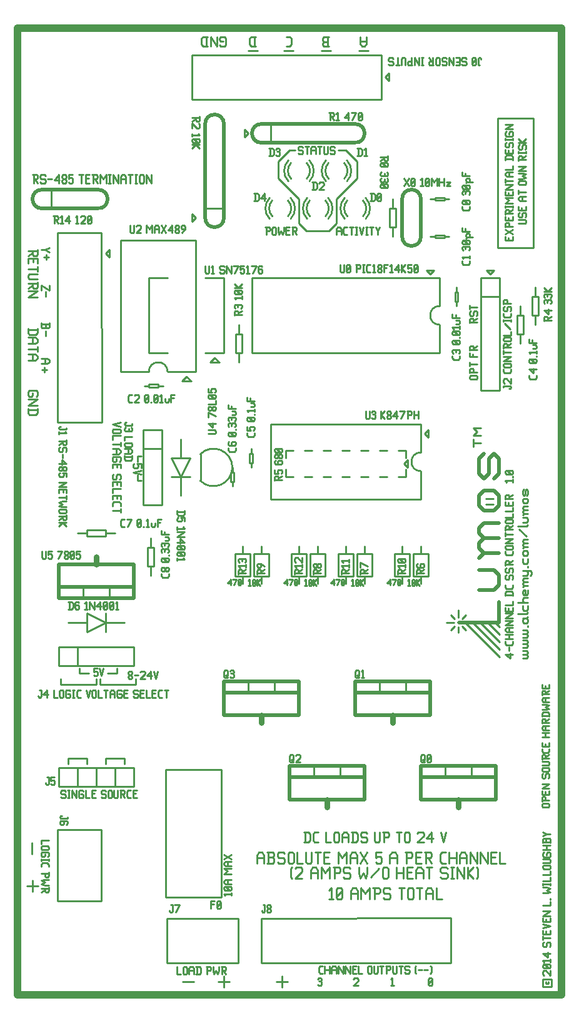
<source format=gbr>
G04 start of page 7 for group -4079 idx -4079 *
G04 Title: 4SSR-DC, topsilk *
G04 Creator: pcb 20110918 *
G04 CreationDate: 五  1/17 15:31:06 2014 UTC *
G04 For: steve *
G04 Format: Gerber/RS-274X *
G04 PCB-Dimensions: 290000 515000 *
G04 PCB-Coordinate-Origin: lower left *
%MOIN*%
%FSLAX25Y25*%
%LNTOPSILK*%
%ADD100C,0.0300*%
%ADD99C,0.0214*%
%ADD98C,0.0400*%
%ADD97C,0.0200*%
%ADD96C,0.0100*%
G54D96*X88000Y7000D02*X94000D01*
X110000D02*X113000D01*
X110000Y10000D02*Y4000D01*
X112000Y7000D02*X107000D01*
G54D97*X257000Y1000D02*X23000D01*
G54D96*X138000Y7000D02*X144000D01*
X141000D02*Y10000D01*
Y4000D01*
G54D98*X290000Y0D02*X0D01*
G54D96*X47000Y123000D02*Y126000D01*
X8000Y58000D02*Y55000D01*
X5000Y58000D02*X11000D01*
X8000Y61000D02*Y56000D01*
X47000Y126000D02*X57000D01*
Y123000D01*
X280000Y8500D02*Y4500D01*
Y8500D02*X284500D01*
X280000Y4500D02*X284500D01*
X283000Y7000D02*Y6000D01*
X281500D02*X283000D01*
X281500Y7000D02*Y6000D01*
X284500Y8500D02*Y4500D01*
X217000Y299000D02*X219000Y301000D01*
Y297000D01*
X217000Y299000D01*
X252000Y384000D02*X250000Y386000D01*
X220000Y384000D02*X218000Y386000D01*
X222000D01*
X220000Y384000D01*
X250000Y386000D02*X254000D01*
X256000Y398000D02*Y467000D01*
X275000D01*
Y398000D01*
X256000D01*
X90000Y329500D02*X92500Y327000D01*
X102500Y337000D02*X105000Y339500D01*
X102500Y337000D02*X107500D01*
X105000Y339500D02*X107500Y337000D01*
G54D98*X0Y515000D02*X290000D01*
G54D96*X182000Y503000D02*X187000D01*
X162000D02*X167000D01*
X142000D02*X147000D01*
X123000D02*X128000D01*
X170000Y424000D02*X181000Y435000D01*
Y444000D01*
X175000Y450000D01*
X171000D01*
X196000Y489000D02*X198000Y491000D01*
Y487000D01*
X196000Y489000D01*
X123000Y459000D02*X121000Y461000D01*
Y457000D01*
X123000Y459000D01*
X148000Y450000D02*X145000D01*
X139000Y444000D01*
Y435000D01*
X150000Y424000D01*
Y411000D01*
X154000Y407000D01*
X166000D01*
X170000Y411000D01*
Y424000D01*
X95000Y414000D02*X93000Y416000D01*
Y412000D01*
X95000Y414000D01*
X47000Y395000D02*X49000Y397000D01*
Y393000D01*
X47000Y395000D02*X49000Y393000D01*
X254000Y386000D02*X252000Y384000D01*
G54D98*X290000Y515000D02*Y0D01*
G54D96*X249500Y261500D02*X253500D01*
X249500Y264500D02*X253500D01*
X251000Y198000D02*X257000Y192000D01*
X255000Y198000D02*X257000Y196000D01*
X243000Y294000D02*X247000D01*
X243000Y296000D02*Y292000D01*
Y298000D02*X247000D01*
X243000D02*X245000Y300000D01*
X243000Y302000D01*
X247000D01*
G54D97*X1000Y23000D02*Y491500D01*
G54D96*X7500Y81000D02*Y75000D01*
X87500Y327000D02*X90000Y329500D01*
X64000Y284000D02*Y287000D01*
X66000D01*
X87500Y327000D02*X92500D01*
X44000Y165500D02*X63000D01*
Y168500D02*Y165500D01*
X48000Y171500D02*X53000D01*
Y174000D02*Y171500D01*
X64000Y277000D02*Y274000D01*
X66000D01*
X27000Y123000D02*Y126000D01*
X37000D01*
Y123000D01*
X228500Y198500D02*X232500D01*
X235000Y205000D02*Y201000D01*
Y196000D02*Y193000D01*
X233000Y196500D02*X231000Y194500D01*
X237000Y196500D02*X239000Y194500D01*
X243000Y198000D02*X257000Y184000D01*
X247000Y198000D02*X257000Y188000D01*
X239000Y198000D02*X257000Y180000D01*
X237000Y200500D02*X239000Y202500D01*
X233000Y200500D02*X231000Y202500D01*
X23000Y168500D02*Y165500D01*
X42000D01*
Y168500D02*Y165500D01*
X44000Y168500D02*Y165500D01*
X33000Y174000D02*Y171500D01*
X38000D01*
G54D98*X0Y0D02*Y515000D01*
G54D96*X143000Y290000D02*Y286000D01*
Y276000D02*Y280000D01*
Y276000D02*X147000D01*
X143000Y290000D02*X147000D01*
X153000Y276000D02*X157000D01*
X153000Y290000D02*X157000D01*
X163000D02*X167000D01*
X163000Y276000D02*X167000D01*
X173000Y290000D02*X177000D01*
X173000Y276000D02*X177000D01*
X183000Y290000D02*X187000D01*
X193000D02*X197000D01*
X203000D02*X207000D01*
X183000Y276000D02*X187000D01*
X193000D02*X197000D01*
X203000D02*X207000D01*
Y290000D02*Y286000D01*
Y280000D02*Y276000D01*
X206000Y283000D02*X208000Y285000D01*
Y281000D01*
X206000Y283000D01*
X85000Y15000D02*Y11000D01*
X87000D01*
X88200Y14500D02*Y11500D01*
Y14500D02*X88700Y15000D01*
X89700D01*
X90200Y14500D01*
Y11500D01*
X89700Y11000D02*X90200Y11500D01*
X88700Y11000D02*X89700D01*
X88200Y11500D02*X88700Y11000D01*
X91400Y14000D02*Y11000D01*
Y14000D02*X92100Y15000D01*
X93200D01*
X93900Y14000D01*
Y11000D01*
X91400Y13000D02*X93900D01*
X95600Y15000D02*Y11000D01*
X96900Y15000D02*X97600Y14300D01*
Y11700D01*
X96900Y11000D02*X97600Y11700D01*
X95100Y11000D02*X96900D01*
X95100Y15000D02*X96900D01*
X101100D02*Y11000D01*
X100600Y15000D02*X102600D01*
X103100Y14500D01*
Y13500D01*
X102600Y13000D02*X103100Y13500D01*
X101100Y13000D02*X102600D01*
X104300Y15000D02*Y13000D01*
X104800Y11000D01*
X105800Y13000D01*
X106800Y11000D01*
X107300Y13000D01*
Y15000D02*Y13000D01*
X108500Y15000D02*X110500D01*
X111000Y14500D01*
Y13500D01*
X110500Y13000D02*X111000Y13500D01*
X109000Y13000D02*X110500D01*
X109000Y15000D02*Y11000D01*
X109800Y13000D02*X111000Y11000D01*
X161200Y11500D02*X162500D01*
X160500Y12200D02*X161200Y11500D01*
X160500Y14800D02*Y12200D01*
Y14800D02*X161200Y15500D01*
X162500D01*
X163700D02*Y11500D01*
X166200Y15500D02*Y11500D01*
X163700Y13500D02*X166200D01*
X167400Y14500D02*Y11500D01*
Y14500D02*X168100Y15500D01*
X169200D01*
X169900Y14500D01*
Y11500D01*
X167400Y13500D02*X169900D01*
X171100Y15500D02*Y11500D01*
Y15500D02*X173600Y11500D01*
Y15500D02*Y11500D01*
X174800Y15500D02*Y11500D01*
Y15500D02*X177300Y11500D01*
Y15500D02*Y11500D01*
X178500Y13700D02*X180000D01*
X178500Y11500D02*X180500D01*
X178500Y15500D02*Y11500D01*
Y15500D02*X180500D01*
X181700D02*Y11500D01*
X183700D01*
X186700Y15000D02*Y12000D01*
Y15000D02*X187200Y15500D01*
X188200D01*
X188700Y15000D01*
Y12000D01*
X188200Y11500D02*X188700Y12000D01*
X187200Y11500D02*X188200D01*
X186700Y12000D02*X187200Y11500D01*
X189900Y15500D02*Y12000D01*
X190400Y11500D01*
X191400D01*
X191900Y12000D01*
Y15500D02*Y12000D01*
X193100Y15500D02*X195100D01*
X194100D02*Y11500D01*
X196800Y15500D02*Y11500D01*
X196300Y15500D02*X198300D01*
X198800Y15000D01*
Y14000D01*
X198300Y13500D02*X198800Y14000D01*
X196800Y13500D02*X198300D01*
X200000Y15500D02*Y12000D01*
X200500Y11500D01*
X201500D01*
X202000Y12000D01*
Y15500D02*Y12000D01*
X203200Y15500D02*X205200D01*
X204200D02*Y11500D01*
X208400Y15500D02*X208900Y15000D01*
X206900Y15500D02*X208400D01*
X206400Y15000D02*X206900Y15500D01*
X206400Y15000D02*Y14000D01*
X206900Y13500D01*
X208400D01*
X208900Y13000D01*
Y12000D01*
X208400Y11500D02*X208900Y12000D01*
X206900Y11500D02*X208400D01*
X206400Y12000D02*X206900Y11500D01*
X211900Y12000D02*X212400Y11500D01*
X211900Y15000D02*X212400Y15500D01*
X211900Y15000D02*Y12000D01*
X213600Y13500D02*X215600D01*
X216800D02*X218800D01*
X220000Y15500D02*X220500Y15000D01*
Y12000D01*
X220000Y11500D02*X220500Y12000D01*
X160000Y8500D02*X160500Y9000D01*
X161500D01*
X162000Y8500D01*
X161500Y5000D02*X162000Y5500D01*
X160500Y5000D02*X161500D01*
X160000Y5500D02*X160500Y5000D01*
Y7200D02*X161500D01*
X162000Y8500D02*Y7700D01*
Y6700D02*Y5500D01*
Y6700D02*X161500Y7200D01*
X162000Y7700D02*X161500Y7200D01*
X179000Y8500D02*X179500Y9000D01*
X181000D01*
X181500Y8500D01*
Y7500D01*
X179000Y5000D02*X181500Y7500D01*
X179000Y5000D02*X181500D01*
X199000Y8200D02*X199800Y9000D01*
Y5000D01*
X199000D02*X200500D01*
X219000Y5500D02*X219500Y5000D01*
X219000Y8500D02*Y5500D01*
Y8500D02*X219500Y9000D01*
X220500D01*
X221000Y8500D01*
Y5500D01*
X220500Y5000D02*X221000Y5500D01*
X219500Y5000D02*X220500D01*
X219000Y6000D02*X221000Y8000D01*
X103000Y50000D02*Y46000D01*
Y50000D02*X105000D01*
X103000Y48200D02*X104500D01*
X106200Y46500D02*X106700Y46000D01*
X106200Y49500D02*Y46500D01*
Y49500D02*X106700Y50000D01*
X107700D01*
X108200Y49500D01*
Y46500D01*
X107700Y46000D02*X108200Y46500D01*
X106700Y46000D02*X107700D01*
X106200Y47000D02*X108200Y49000D01*
X110800Y53000D02*X110000Y53800D01*
X114000D01*
Y54500D02*Y53000D01*
X113500Y55700D02*X114000Y56200D01*
X110500Y55700D02*X113500D01*
X110500D02*X110000Y56200D01*
Y57200D02*Y56200D01*
Y57200D02*X110500Y57700D01*
X113500D01*
X114000Y57200D02*X113500Y57700D01*
X114000Y57200D02*Y56200D01*
X113000Y55700D02*X111000Y57700D01*
Y58900D02*X114000D01*
X111000D02*X110000Y59600D01*
Y60700D02*Y59600D01*
Y60700D02*X111000Y61400D01*
X114000D01*
X112000D02*Y58900D01*
X110000Y64400D02*X114000D01*
X110000D02*X112000Y65900D01*
X110000Y67400D01*
X114000D01*
X111000Y68600D02*X114000D01*
X111000D02*X110000Y69300D01*
Y70400D02*Y69300D01*
Y70400D02*X111000Y71100D01*
X114000D01*
X112000D02*Y68600D01*
X114000Y72300D02*X110000Y74800D01*
Y72300D02*X114000Y74800D01*
X59000Y169000D02*X59500Y168500D01*
X59000Y169800D02*Y169000D01*
Y169800D02*X59700Y170500D01*
X60300D01*
X61000Y169800D01*
Y169000D01*
X60500Y168500D02*X61000Y169000D01*
X59500Y168500D02*X60500D01*
X59000Y171200D02*X59700Y170500D01*
X59000Y172000D02*Y171200D01*
Y172000D02*X59500Y172500D01*
X60500D01*
X61000Y172000D01*
Y171200D01*
X60300Y170500D02*X61000Y171200D01*
X62200Y170500D02*X64200D01*
X65400Y172000D02*X65900Y172500D01*
X67400D01*
X67900Y172000D01*
Y171000D01*
X65400Y168500D02*X67900Y171000D01*
X65400Y168500D02*X67900D01*
X69100Y170000D02*X71100Y172500D01*
X69100Y170000D02*X71600D01*
X71100Y172500D02*Y168500D01*
X72800Y172500D02*X73800Y168500D01*
X74800Y172500D01*
X40500Y174000D02*X42500D01*
X40500D02*Y172000D01*
X41000Y172500D01*
X42000D01*
X42500Y172000D01*
Y170500D01*
X42000Y170000D02*X42500Y170500D01*
X41000Y170000D02*X42000D01*
X40500Y170500D02*X41000Y170000D01*
X43700Y174000D02*X44700Y170000D01*
X45700Y174000D01*
X25000Y109000D02*X25500Y108500D01*
X23500Y109000D02*X25000D01*
X23000Y108500D02*X23500Y109000D01*
X23000Y108500D02*Y107500D01*
X23500Y107000D01*
X25000D01*
X25500Y106500D01*
Y105500D01*
X25000Y105000D02*X25500Y105500D01*
X23500Y105000D02*X25000D01*
X23000Y105500D02*X23500Y105000D01*
X26700Y109000D02*X27700D01*
X27200D02*Y105000D01*
X26700D02*X27700D01*
X28900Y109000D02*Y105000D01*
Y109000D02*X31400Y105000D01*
Y109000D02*Y105000D01*
X34600Y109000D02*X35100Y108500D01*
X33100Y109000D02*X34600D01*
X32600Y108500D02*X33100Y109000D01*
X32600Y108500D02*Y105500D01*
X33100Y105000D01*
X34600D01*
X35100Y105500D01*
Y106500D02*Y105500D01*
X34600Y107000D02*X35100Y106500D01*
X33600Y107000D02*X34600D01*
X36300Y109000D02*Y105000D01*
X38300D01*
X39500Y107200D02*X41000D01*
X39500Y105000D02*X41500D01*
X39500Y109000D02*Y105000D01*
Y109000D02*X41500D01*
X46500D02*X47000Y108500D01*
X45000Y109000D02*X46500D01*
X44500Y108500D02*X45000Y109000D01*
X44500Y108500D02*Y107500D01*
X45000Y107000D01*
X46500D01*
X47000Y106500D01*
Y105500D01*
X46500Y105000D02*X47000Y105500D01*
X45000Y105000D02*X46500D01*
X44500Y105500D02*X45000Y105000D01*
X48200Y108500D02*Y105500D01*
Y108500D02*X48700Y109000D01*
X49700D01*
X50200Y108500D01*
Y105500D01*
X49700Y105000D02*X50200Y105500D01*
X48700Y105000D02*X49700D01*
X48200Y105500D02*X48700Y105000D01*
X51400Y109000D02*Y105500D01*
X51900Y105000D01*
X52900D01*
X53400Y105500D01*
Y109000D02*Y105500D01*
X54600Y109000D02*X56600D01*
X57100Y108500D01*
Y107500D01*
X56600Y107000D02*X57100Y107500D01*
X55100Y107000D02*X56600D01*
X55100Y109000D02*Y105000D01*
X55900Y107000D02*X57100Y105000D01*
X59000D02*X60300D01*
X58300Y105700D02*X59000Y105000D01*
X58300Y108300D02*Y105700D01*
Y108300D02*X59000Y109000D01*
X60300D01*
X61500Y107200D02*X63000D01*
X61500Y105000D02*X63500D01*
X61500Y109000D02*Y105000D01*
Y109000D02*X63500D01*
X12500Y82500D02*X16500D01*
X12500D02*Y80500D01*
X13000Y79300D02*X16000D01*
X16500Y78800D01*
Y77800D01*
X16000Y77300D01*
X13000D02*X16000D01*
X12500Y77800D02*X13000Y77300D01*
X12500Y78800D02*Y77800D01*
X13000Y79300D02*X12500Y78800D01*
X16500Y74100D02*X16000Y73600D01*
X16500Y75600D02*Y74100D01*
X16000Y76100D02*X16500Y75600D01*
X13000Y76100D02*X16000D01*
X13000D02*X12500Y75600D01*
Y74100D01*
X13000Y73600D01*
X14000D01*
X14500Y74100D02*X14000Y73600D01*
X14500Y75100D02*Y74100D01*
X16500Y72400D02*Y71400D01*
X12500Y71900D02*X16500D01*
X12500Y72400D02*Y71400D01*
Y69500D02*Y68200D01*
X13200Y70200D02*X12500Y69500D01*
X13200Y70200D02*X15800D01*
X16500Y69500D01*
Y68200D01*
X12500Y64700D02*X16500D01*
Y65200D02*Y63200D01*
X16000Y62700D01*
X15000D02*X16000D01*
X14500Y63200D02*X15000Y62700D01*
X14500Y64700D02*Y63200D01*
Y61500D02*X16500D01*
X14500D02*X12500Y61000D01*
X14500Y60000D01*
X12500Y59000D01*
X14500Y58500D01*
X16500D01*
Y57300D02*Y55300D01*
X16000Y54800D01*
X15000D02*X16000D01*
X14500Y55300D02*X15000Y54800D01*
X14500Y56800D02*Y55300D01*
X12500Y56800D02*X16500D01*
X14500Y56000D02*X12500Y54800D01*
X153175Y86650D02*Y81250D01*
X154930Y86650D02*X155875Y85705D01*
Y82195D01*
X154930Y81250D02*X155875Y82195D01*
X152500Y81250D02*X154930D01*
X152500Y86650D02*X154930D01*
X158440Y81250D02*X160195D01*
X157495Y82195D02*X158440Y81250D01*
X157495Y85705D02*Y82195D01*
Y85705D02*X158440Y86650D01*
X160195D01*
X164245D02*Y81250D01*
X166945D01*
X168565Y85975D02*Y81925D01*
Y85975D02*X169240Y86650D01*
X170590D01*
X171265Y85975D01*
Y81925D01*
X170590Y81250D02*X171265Y81925D01*
X169240Y81250D02*X170590D01*
X168565Y81925D02*X169240Y81250D01*
X172885Y85300D02*Y81250D01*
Y85300D02*X173830Y86650D01*
X175315D01*
X176260Y85300D01*
Y81250D01*
X172885Y83950D02*X176260D01*
X178555Y86650D02*Y81250D01*
X180310Y86650D02*X181255Y85705D01*
Y82195D01*
X180310Y81250D02*X181255Y82195D01*
X177880Y81250D02*X180310D01*
X177880Y86650D02*X180310D01*
X185575D02*X186250Y85975D01*
X183550Y86650D02*X185575D01*
X182875Y85975D02*X183550Y86650D01*
X182875Y85975D02*Y84625D01*
X183550Y83950D01*
X185575D01*
X186250Y83275D01*
Y81925D01*
X185575Y81250D02*X186250Y81925D01*
X183550Y81250D02*X185575D01*
X182875Y81925D02*X183550Y81250D01*
X190300Y86650D02*Y81925D01*
X190975Y81250D01*
X192325D01*
X193000Y81925D01*
Y86650D02*Y81925D01*
X195295Y86650D02*Y81250D01*
X194620Y86650D02*X197320D01*
X197995Y85975D01*
Y84625D01*
X197320Y83950D02*X197995Y84625D01*
X195295Y83950D02*X197320D01*
X202045Y86650D02*X204745D01*
X203395D02*Y81250D01*
X206365Y85975D02*Y81925D01*
Y85975D02*X207040Y86650D01*
X208390D01*
X209065Y85975D01*
Y81925D01*
X208390Y81250D02*X209065Y81925D01*
X207040Y81250D02*X208390D01*
X206365Y81925D02*X207040Y81250D01*
X213115Y85975D02*X213790Y86650D01*
X215815D01*
X216490Y85975D01*
Y84625D01*
X213115Y81250D02*X216490Y84625D01*
X213115Y81250D02*X216490D01*
X218110Y83275D02*X220810Y86650D01*
X218110Y83275D02*X221485D01*
X220810Y86650D02*Y81250D01*
X225535Y86650D02*X226885Y81250D01*
X228235Y86650D01*
X127500Y74500D02*Y70000D01*
Y74500D02*X128550Y76000D01*
X130200D01*
X131250Y74500D01*
Y70000D01*
X127500Y73000D02*X131250D01*
X133050Y70000D02*X136050D01*
X136800Y70750D01*
Y72550D02*Y70750D01*
X136050Y73300D02*X136800Y72550D01*
X133800Y73300D02*X136050D01*
X133800Y76000D02*Y70000D01*
X133050Y76000D02*X136050D01*
X136800Y75250D01*
Y74050D01*
X136050Y73300D02*X136800Y74050D01*
X141600Y76000D02*X142350Y75250D01*
X139350Y76000D02*X141600D01*
X138600Y75250D02*X139350Y76000D01*
X138600Y75250D02*Y73750D01*
X139350Y73000D01*
X141600D01*
X142350Y72250D01*
Y70750D01*
X141600Y70000D02*X142350Y70750D01*
X139350Y70000D02*X141600D01*
X138600Y70750D02*X139350Y70000D01*
X144150Y75250D02*Y70750D01*
Y75250D02*X144900Y76000D01*
X146400D01*
X147150Y75250D01*
Y70750D01*
X146400Y70000D02*X147150Y70750D01*
X144900Y70000D02*X146400D01*
X144150Y70750D02*X144900Y70000D01*
X148950Y76000D02*Y70000D01*
X151950D01*
X153750Y76000D02*Y70750D01*
X154500Y70000D01*
X156000D01*
X156750Y70750D01*
Y76000D02*Y70750D01*
X158550Y76000D02*X161550D01*
X160050D02*Y70000D01*
X163350Y73300D02*X165600D01*
X163350Y70000D02*X166350D01*
X163350Y76000D02*Y70000D01*
Y76000D02*X166350D01*
X170850D02*Y70000D01*
Y76000D02*X173100Y73000D01*
X175350Y76000D01*
Y70000D01*
X177150Y74500D02*Y70000D01*
Y74500D02*X178200Y76000D01*
X179850D01*
X180900Y74500D01*
Y70000D01*
X177150Y73000D02*X180900D01*
X182700Y70000D02*X186450Y76000D01*
X182700D02*X186450Y70000D01*
X190950Y76000D02*X193950D01*
X190950D02*Y73000D01*
X191700Y73750D01*
X193200D01*
X193950Y73000D01*
Y70750D01*
X193200Y70000D02*X193950Y70750D01*
X191700Y70000D02*X193200D01*
X190950Y70750D02*X191700Y70000D01*
X198450Y74500D02*Y70000D01*
Y74500D02*X199500Y76000D01*
X201150D01*
X202200Y74500D01*
Y70000D01*
X198450Y73000D02*X202200D01*
X207450Y76000D02*Y70000D01*
X206700Y76000D02*X209700D01*
X210450Y75250D01*
Y73750D01*
X209700Y73000D02*X210450Y73750D01*
X207450Y73000D02*X209700D01*
X212250Y73300D02*X214500D01*
X212250Y70000D02*X215250D01*
X212250Y76000D02*Y70000D01*
Y76000D02*X215250D01*
X217050D02*X220050D01*
X220800Y75250D01*
Y73750D01*
X220050Y73000D02*X220800Y73750D01*
X217800Y73000D02*X220050D01*
X217800Y76000D02*Y70000D01*
X219000Y73000D02*X220800Y70000D01*
X226350D02*X228300D01*
X225300Y71050D02*X226350Y70000D01*
X225300Y74950D02*Y71050D01*
Y74950D02*X226350Y76000D01*
X228300D01*
X230100D02*Y70000D01*
X233850Y76000D02*Y70000D01*
X230100Y73000D02*X233850D01*
X235650Y74500D02*Y70000D01*
Y74500D02*X236700Y76000D01*
X238350D01*
X239400Y74500D01*
Y70000D01*
X235650Y73000D02*X239400D01*
X241200Y76000D02*Y70000D01*
Y76000D02*X244950Y70000D01*
Y76000D02*Y70000D01*
X246750Y76000D02*Y70000D01*
Y76000D02*X250500Y70000D01*
Y76000D02*Y70000D01*
X252300Y73300D02*X254550D01*
X252300Y70000D02*X255300D01*
X252300Y76000D02*Y70000D01*
Y76000D02*X255300D01*
X257100D02*Y70000D01*
X260100D01*
X166000Y55800D02*X167200Y57000D01*
Y51000D01*
X166000D02*X168250D01*
X170050Y51750D02*X170800Y51000D01*
X170050Y56250D02*Y51750D01*
Y56250D02*X170800Y57000D01*
X172300D01*
X173050Y56250D01*
Y51750D01*
X172300Y51000D02*X173050Y51750D01*
X170800Y51000D02*X172300D01*
X170050Y52500D02*X173050Y55500D01*
X177550D02*Y51000D01*
Y55500D02*X178600Y57000D01*
X180250D01*
X181300Y55500D01*
Y51000D01*
X177550Y54000D02*X181300D01*
X183100Y57000D02*Y51000D01*
Y57000D02*X185350Y54000D01*
X187600Y57000D01*
Y51000D01*
X190150Y57000D02*Y51000D01*
X189400Y57000D02*X192400D01*
X193150Y56250D01*
Y54750D01*
X192400Y54000D02*X193150Y54750D01*
X190150Y54000D02*X192400D01*
X197950Y57000D02*X198700Y56250D01*
X195700Y57000D02*X197950D01*
X194950Y56250D02*X195700Y57000D01*
X194950Y56250D02*Y54750D01*
X195700Y54000D01*
X197950D01*
X198700Y53250D01*
Y51750D01*
X197950Y51000D02*X198700Y51750D01*
X195700Y51000D02*X197950D01*
X194950Y51750D02*X195700Y51000D01*
X203200Y57000D02*X206200D01*
X204700D02*Y51000D01*
X208000Y56250D02*Y51750D01*
Y56250D02*X208750Y57000D01*
X210250D01*
X211000Y56250D01*
Y51750D01*
X210250Y51000D02*X211000Y51750D01*
X208750Y51000D02*X210250D01*
X208000Y51750D02*X208750Y51000D01*
X212800Y57000D02*X215800D01*
X214300D02*Y51000D01*
X217600Y55500D02*Y51000D01*
Y55500D02*X218650Y57000D01*
X220300D01*
X221350Y55500D01*
Y51000D01*
X217600Y54000D02*X221350D01*
X223150Y57000D02*Y51000D01*
X226150D01*
X145500Y62750D02*X146250Y62000D01*
X145500Y67250D02*X146250Y68000D01*
X145500Y67250D02*Y62750D01*
X148050Y67250D02*X148800Y68000D01*
X151050D01*
X151800Y67250D01*
Y65750D01*
X148050Y62000D02*X151800Y65750D01*
X148050Y62000D02*X151800D01*
X156300Y66500D02*Y62000D01*
Y66500D02*X157350Y68000D01*
X159000D01*
X160050Y66500D01*
Y62000D01*
X156300Y65000D02*X160050D01*
X161850Y68000D02*Y62000D01*
Y68000D02*X164100Y65000D01*
X166350Y68000D01*
Y62000D01*
X168900Y68000D02*Y62000D01*
X168150Y68000D02*X171150D01*
X171900Y67250D01*
Y65750D01*
X171150Y65000D02*X171900Y65750D01*
X168900Y65000D02*X171150D01*
X176700Y68000D02*X177450Y67250D01*
X174450Y68000D02*X176700D01*
X173700Y67250D02*X174450Y68000D01*
X173700Y67250D02*Y65750D01*
X174450Y65000D01*
X176700D01*
X177450Y64250D01*
Y62750D01*
X176700Y62000D02*X177450Y62750D01*
X174450Y62000D02*X176700D01*
X173700Y62750D02*X174450Y62000D01*
X181950Y68000D02*Y65000D01*
X182700Y62000D01*
X184200Y65000D01*
X185700Y62000D01*
X186450Y65000D01*
Y68000D02*Y65000D01*
X188250Y62750D02*X192750Y67250D01*
X194550D02*Y62750D01*
Y67250D02*X195300Y68000D01*
X196800D01*
X197550Y67250D01*
Y62750D01*
X196800Y62000D02*X197550Y62750D01*
X195300Y62000D02*X196800D01*
X194550Y62750D02*X195300Y62000D01*
X202050Y68000D02*Y62000D01*
X205800Y68000D02*Y62000D01*
X202050Y65000D02*X205800D01*
X207600Y65300D02*X209850D01*
X207600Y62000D02*X210600D01*
X207600Y68000D02*Y62000D01*
Y68000D02*X210600D01*
X212400Y66500D02*Y62000D01*
Y66500D02*X213450Y68000D01*
X215100D01*
X216150Y66500D01*
Y62000D01*
X212400Y65000D02*X216150D01*
X217950Y68000D02*X220950D01*
X219450D02*Y62000D01*
X228450Y68000D02*X229200Y67250D01*
X226200Y68000D02*X228450D01*
X225450Y67250D02*X226200Y68000D01*
X225450Y67250D02*Y65750D01*
X226200Y65000D01*
X228450D01*
X229200Y64250D01*
Y62750D01*
X228450Y62000D02*X229200Y62750D01*
X226200Y62000D02*X228450D01*
X225450Y62750D02*X226200Y62000D01*
X231000Y68000D02*X232500D01*
X231750D02*Y62000D01*
X231000D02*X232500D01*
X234300Y68000D02*Y62000D01*
Y68000D02*X238050Y62000D01*
Y68000D02*Y62000D01*
X239850Y68000D02*Y62000D01*
Y65000D02*X242850Y68000D01*
X239850Y65000D02*X242850Y62000D01*
X244650Y68000D02*X245400Y67250D01*
Y62750D01*
X244650Y62000D02*X245400Y62750D01*
X279985Y100000D02*X282955D01*
X279985D02*X279490Y100495D01*
Y101485D02*Y100495D01*
Y101485D02*X279985Y101980D01*
X282955D01*
X283450Y101485D02*X282955Y101980D01*
X283450Y101485D02*Y100495D01*
X282955Y100000D02*X283450Y100495D01*
X279490Y103663D02*X283450D01*
X279490Y105148D02*Y103168D01*
Y105148D02*X279985Y105643D01*
X280975D01*
X281470Y105148D02*X280975Y105643D01*
X281470Y105148D02*Y103663D01*
X281272Y108316D02*Y106831D01*
X283450Y108811D02*Y106831D01*
X279490D02*X283450D01*
X279490Y108811D02*Y106831D01*
Y109999D02*X283450D01*
X279490D02*X283450Y112474D01*
X279490D02*X283450D01*
X279490Y117424D02*X279985Y117919D01*
X279490Y117424D02*Y115939D01*
X279985Y115444D02*X279490Y115939D01*
X279985Y115444D02*X280975D01*
X281470Y115939D01*
Y117424D02*Y115939D01*
Y117424D02*X281965Y117919D01*
X282955D01*
X283450Y117424D02*X282955Y117919D01*
X283450Y117424D02*Y115939D01*
X282955Y115444D02*X283450Y115939D01*
X279985Y119107D02*X282955D01*
X279985D02*X279490Y119602D01*
Y120592D02*Y119602D01*
Y120592D02*X279985Y121087D01*
X282955D01*
X283450Y120592D02*X282955Y121087D01*
X283450Y120592D02*Y119602D01*
X282955Y119107D02*X283450Y119602D01*
X279490Y122275D02*X282955D01*
X283450Y122770D01*
Y123760D02*Y122770D01*
Y123760D02*X282955Y124255D01*
X279490D02*X282955D01*
X279490Y127423D02*Y125443D01*
Y127423D02*X279985Y127918D01*
X280975D01*
X281470Y127423D02*X280975Y127918D01*
X281470Y127423D02*Y125938D01*
X279490D02*X283450D01*
X281470Y126730D02*X283450Y127918D01*
Y131086D02*Y129799D01*
X282757Y129106D02*X283450Y129799D01*
X280183Y129106D02*X282757D01*
X280183D02*X279490Y129799D01*
Y131086D02*Y129799D01*
X281272Y133759D02*Y132274D01*
X283450Y134254D02*Y132274D01*
X279490D02*X283450D01*
X279490Y134254D02*Y132274D01*
Y137224D02*X283450D01*
X279490Y139699D02*X283450D01*
X281470D02*Y137224D01*
X280480Y140887D02*X283450D01*
X280480D02*X279490Y141580D01*
Y142669D02*Y141580D01*
Y142669D02*X280480Y143362D01*
X283450D01*
X281470D02*Y140887D01*
X279490Y146530D02*Y144550D01*
Y146530D02*X279985Y147025D01*
X280975D01*
X281470Y146530D02*X280975Y147025D01*
X281470Y146530D02*Y145045D01*
X279490D02*X283450D01*
X281470Y145837D02*X283450Y147025D01*
X279490Y148708D02*X283450D01*
X279490Y149995D02*X280183Y150688D01*
X282757D01*
X283450Y149995D02*X282757Y150688D01*
X283450Y149995D02*Y148213D01*
X279490Y149995D02*Y148213D01*
Y151876D02*X281470D01*
X283450Y152371D01*
X281470Y153361D01*
X283450Y154351D01*
X281470Y154846D01*
X279490D02*X281470D01*
X280480Y156034D02*X283450D01*
X280480D02*X279490Y156727D01*
Y157816D02*Y156727D01*
Y157816D02*X280480Y158509D01*
X283450D01*
X281470D02*Y156034D01*
X279490Y161677D02*Y159697D01*
Y161677D02*X279985Y162172D01*
X280975D01*
X281470Y161677D02*X280975Y162172D01*
X281470Y161677D02*Y160192D01*
X279490D02*X283450D01*
X281470Y160984D02*X283450Y162172D01*
X281272Y164845D02*Y163360D01*
X283450Y165340D02*Y163360D01*
X279490D02*X283450D01*
X279490Y165340D02*Y163360D01*
X280500Y10500D02*X280000Y11000D01*
Y12500D02*Y11000D01*
Y12500D02*X280500Y13000D01*
X281500D01*
X284000Y10500D02*X281500Y13000D01*
X284000D02*Y10500D01*
X283500Y14200D02*X284000Y14700D01*
X280500Y14200D02*X283500D01*
X280500D02*X280000Y14700D01*
Y15700D02*Y14700D01*
Y15700D02*X280500Y16200D01*
X283500D01*
X284000Y15700D02*X283500Y16200D01*
X284000Y15700D02*Y14700D01*
X283000Y14200D02*X281000Y16200D01*
X280800Y17400D02*X280000Y18200D01*
X284000D01*
Y18900D02*Y17400D01*
X282500Y20100D02*X280000Y22100D01*
X282500Y22600D02*Y20100D01*
X280000Y22100D02*X284000D01*
X280000Y27600D02*X280500Y28100D01*
X280000Y27600D02*Y26100D01*
X280500Y25600D02*X280000Y26100D01*
X280500Y25600D02*X281500D01*
X282000Y26100D01*
Y27600D02*Y26100D01*
Y27600D02*X282500Y28100D01*
X283500D01*
X284000Y27600D02*X283500Y28100D01*
X284000Y27600D02*Y26100D01*
X283500Y25600D02*X284000Y26100D01*
X280000Y31300D02*Y29300D01*
Y30300D02*X284000D01*
X281800Y34000D02*Y32500D01*
X284000Y34500D02*Y32500D01*
X280000D02*X284000D01*
X280000Y34500D02*Y32500D01*
Y35700D02*X284000Y36700D01*
X280000Y37700D01*
X281800Y40400D02*Y38900D01*
X284000Y40900D02*Y38900D01*
X280000D02*X284000D01*
X280000Y40900D02*Y38900D01*
Y42100D02*X284000D01*
X280000D02*X284000Y44600D01*
X280000D02*X284000D01*
X280000Y47600D02*X284000D01*
Y49600D02*Y47600D01*
Y51300D02*Y50800D01*
X280000Y54300D02*X282000D01*
X284000Y54800D01*
X282000Y55800D01*
X284000Y56800D01*
X282000Y57300D01*
X280000D02*X282000D01*
X280000Y59500D02*Y58500D01*
Y59000D02*X284000D01*
Y59500D02*Y58500D01*
X280000Y60700D02*X284000D01*
Y62700D02*Y60700D01*
X280000Y63900D02*X284000D01*
Y65900D02*Y63900D01*
X280500Y67100D02*X283500D01*
X280500D02*X280000Y67600D01*
Y68600D02*Y67600D01*
Y68600D02*X280500Y69100D01*
X283500D01*
X284000Y68600D02*X283500Y69100D01*
X284000Y68600D02*Y67600D01*
X283500Y67100D02*X284000Y67600D01*
X280000Y70300D02*X283500D01*
X284000Y70800D01*
Y71800D02*Y70800D01*
Y71800D02*X283500Y72300D01*
X280000D02*X283500D01*
X280000Y75500D02*X280500Y76000D01*
X280000Y75500D02*Y74000D01*
X280500Y73500D02*X280000Y74000D01*
X280500Y73500D02*X283500D01*
X284000Y74000D01*
Y75500D02*Y74000D01*
Y75500D02*X283500Y76000D01*
X282500D02*X283500D01*
X282000Y75500D02*X282500Y76000D01*
X282000Y75500D02*Y74500D01*
X280000Y77200D02*X284000D01*
X280000Y79700D02*X284000D01*
X282000D02*Y77200D01*
X284000Y82900D02*Y80900D01*
Y82900D02*X283500Y83400D01*
X282300D02*X283500D01*
X281800Y82900D02*X282300Y83400D01*
X281800Y82900D02*Y81400D01*
X280000D02*X284000D01*
X280000Y82900D02*Y80900D01*
Y82900D02*X280500Y83400D01*
X281300D01*
X281800Y82900D02*X281300Y83400D01*
X280000Y84600D02*X282000Y85600D01*
X280000Y86600D01*
X282000Y85600D02*X284000D01*
X153000Y220560D02*X153640Y221200D01*
Y218000D01*
X153000D02*X154200D01*
X155160Y218400D02*X155560Y218000D01*
X155160Y220800D02*Y218400D01*
Y220800D02*X155560Y221200D01*
X156360D01*
X156760Y220800D01*
Y218400D01*
X156360Y218000D02*X156760Y218400D01*
X155560Y218000D02*X156360D01*
X155160Y218800D02*X156760Y220400D01*
X157720Y221200D02*Y218000D01*
Y219600D02*X159320Y221200D01*
X157720Y219600D02*X159320Y218000D01*
X142000Y219375D02*X143500Y221250D01*
X142000Y219375D02*X143875D01*
X143500Y221250D02*Y218250D01*
X145150D02*X146650Y221250D01*
X144775D02*X146650D01*
X147550Y218625D02*X147925Y218250D01*
X147550Y220875D02*Y218625D01*
Y220875D02*X147925Y221250D01*
X148675D01*
X149050Y220875D01*
Y218625D01*
X148675Y218250D02*X149050Y218625D01*
X147925Y218250D02*X148675D01*
X147550Y219000D02*X149050Y220500D01*
X178000Y220560D02*X178640Y221200D01*
Y218000D01*
X178000D02*X179200D01*
X180160Y218400D02*X180560Y218000D01*
X180160Y220800D02*Y218400D01*
Y220800D02*X180560Y221200D01*
X181360D01*
X181760Y220800D01*
Y218400D01*
X181360Y218000D02*X181760Y218400D01*
X180560Y218000D02*X181360D01*
X180160Y218800D02*X181760Y220400D01*
X182720Y221200D02*Y218000D01*
Y219600D02*X184320Y221200D01*
X182720Y219600D02*X184320Y218000D01*
X167000Y219375D02*X168500Y221250D01*
X167000Y219375D02*X168875D01*
X168500Y221250D02*Y218250D01*
X170150D02*X171650Y221250D01*
X169775D02*X171650D01*
X172550Y218625D02*X172925Y218250D01*
X172550Y220875D02*Y218625D01*
Y220875D02*X172925Y221250D01*
X173675D01*
X174050Y220875D01*
Y218625D01*
X173675Y218250D02*X174050Y218625D01*
X172925Y218250D02*X173675D01*
X172550Y219000D02*X174050Y220500D01*
X208000Y220560D02*X208640Y221200D01*
Y218000D01*
X208000D02*X209200D01*
X210160Y218400D02*X210560Y218000D01*
X210160Y220800D02*Y218400D01*
Y220800D02*X210560Y221200D01*
X211360D01*
X211760Y220800D01*
Y218400D01*
X211360Y218000D02*X211760Y218400D01*
X210560Y218000D02*X211360D01*
X210160Y218800D02*X211760Y220400D01*
X212720Y221200D02*Y218000D01*
Y219600D02*X214320Y221200D01*
X212720Y219600D02*X214320Y218000D01*
X241500Y328000D02*X244500D01*
X241500D02*X241000Y328500D01*
Y329500D02*Y328500D01*
Y329500D02*X241500Y330000D01*
X244500D01*
X245000Y329500D02*X244500Y330000D01*
X245000Y329500D02*Y328500D01*
X244500Y328000D02*X245000Y328500D01*
X241000Y331700D02*X245000D01*
X241000Y333200D02*Y331200D01*
Y333200D02*X241500Y333700D01*
X242500D01*
X243000Y333200D02*X242500Y333700D01*
X243000Y333200D02*Y331700D01*
X241000Y336900D02*Y334900D01*
Y335900D02*X245000D01*
X241000Y360000D02*Y358000D01*
Y360000D02*X241500Y360500D01*
X242500D01*
X243000Y360000D02*X242500Y360500D01*
X243000Y360000D02*Y358500D01*
X241000D02*X245000D01*
X243000Y359300D02*X245000Y360500D01*
X241000Y363700D02*X241500Y364200D01*
X241000Y363700D02*Y362200D01*
X241500Y361700D02*X241000Y362200D01*
X241500Y361700D02*X242500D01*
X243000Y362200D01*
Y363700D02*Y362200D01*
Y363700D02*X243500Y364200D01*
X244500D01*
X245000Y363700D02*X244500Y364200D01*
X245000Y363700D02*Y362200D01*
X244500Y361700D02*X245000Y362200D01*
X241000Y367400D02*Y365400D01*
Y366400D02*X245000D01*
X241000Y340000D02*X245000D01*
X241000Y342000D02*Y340000D01*
X242800Y341500D02*Y340000D01*
X241000Y345200D02*Y343200D01*
Y345200D02*X241500Y345700D01*
X242500D01*
X243000Y345200D02*X242500Y345700D01*
X243000Y345200D02*Y343700D01*
X241000D02*X245000D01*
X243000Y344500D02*X245000Y345700D01*
X197000Y219375D02*X198500Y221250D01*
X197000Y219375D02*X198875D01*
X198500Y221250D02*Y218250D01*
X200150D02*X201650Y221250D01*
X199775D02*X201650D01*
X202550Y218625D02*X202925Y218250D01*
X202550Y220875D02*Y218625D01*
Y220875D02*X202925Y221250D01*
X203675D01*
X204050Y220875D01*
Y218625D01*
X203675Y218250D02*X204050Y218625D01*
X202925Y218250D02*X203675D01*
X202550Y219000D02*X204050Y220500D01*
X123000Y220560D02*X123640Y221200D01*
Y218000D01*
X123000D02*X124200D01*
X125160Y218400D02*X125560Y218000D01*
X125160Y220800D02*Y218400D01*
Y220800D02*X125560Y221200D01*
X126360D01*
X126760Y220800D01*
Y218400D01*
X126360Y218000D02*X126760Y218400D01*
X125560Y218000D02*X126360D01*
X125160Y218800D02*X126760Y220400D01*
X127720Y221200D02*Y218000D01*
Y219600D02*X129320Y221200D01*
X127720Y219600D02*X129320Y218000D01*
X112000Y219375D02*X113500Y221250D01*
X112000Y219375D02*X113875D01*
X113500Y221250D02*Y218250D01*
X115150D02*X116650Y221250D01*
X114775D02*X116650D01*
X117550Y218625D02*X117925Y218250D01*
X117550Y220875D02*Y218625D01*
Y220875D02*X117925Y221250D01*
X118675D01*
X119050Y220875D01*
Y218625D01*
X118675Y218250D02*X119050Y218625D01*
X117925Y218250D02*X118675D01*
X117550Y219000D02*X119050Y220500D01*
X112000Y219375D02*X113500Y221250D01*
X112000Y219375D02*X113875D01*
X113500Y221250D02*Y218250D01*
X115150D02*X116650Y221250D01*
X114775D02*X116650D01*
X117550Y218625D02*X117925Y218250D01*
X117550Y220875D02*Y218625D01*
Y220875D02*X117925Y221250D01*
X118675D01*
X119050Y220875D01*
Y218625D01*
X118675Y218250D02*X119050Y218625D01*
X117925Y218250D02*X118675D01*
X117550Y219000D02*X119050Y220500D01*
X137000Y276000D02*Y274000D01*
Y276000D02*X137500Y276500D01*
X138500D01*
X139000Y276000D02*X138500Y276500D01*
X139000Y276000D02*Y274500D01*
X137000D02*X141000D01*
X139000Y275300D02*X141000Y276500D01*
X137000Y279700D02*Y277700D01*
X139000D01*
X138500Y278200D01*
Y279200D02*Y278200D01*
Y279200D02*X139000Y279700D01*
X140500D01*
X141000Y279200D02*X140500Y279700D01*
X141000Y279200D02*Y278200D01*
X140500Y277700D02*X141000Y278200D01*
X137000Y284200D02*X137500Y284700D01*
X137000Y284200D02*Y283200D01*
X137500Y282700D02*X137000Y283200D01*
X137500Y282700D02*X140500D01*
X141000Y283200D01*
X138800Y284200D02*X139300Y284700D01*
X138800Y284200D02*Y282700D01*
X141000Y284200D02*Y283200D01*
Y284200D02*X140500Y284700D01*
X139300D02*X140500D01*
Y285900D02*X141000Y286400D01*
X139700Y285900D02*X140500D01*
X139700D02*X139000Y286600D01*
Y287200D02*Y286600D01*
Y287200D02*X139700Y287900D01*
X140500D01*
X141000Y287400D02*X140500Y287900D01*
X141000Y287400D02*Y286400D01*
X138300Y285900D02*X139000Y286600D01*
X137500Y285900D02*X138300D01*
X137500D02*X137000Y286400D01*
Y287400D02*Y286400D01*
Y287400D02*X137500Y287900D01*
X138300D01*
X139000Y287200D02*X138300Y287900D01*
X140500Y289100D02*X141000Y289600D01*
X137500Y289100D02*X140500D01*
X137500D02*X137000Y289600D01*
Y290600D02*Y289600D01*
Y290600D02*X137500Y291100D01*
X140500D01*
X141000Y290600D02*X140500Y291100D01*
X141000Y290600D02*Y289600D01*
X140000Y289100D02*X138000Y291100D01*
G54D99*X235350Y198500D02*X256750D01*
Y209200D02*Y198500D01*
X246050Y215620D02*X254075D01*
X256750Y218295D01*
Y223645D02*Y218295D01*
Y223645D02*X254075Y226320D01*
X246050D02*X254075D01*
X248725Y235415D02*X256750D01*
X248725D02*X246050Y238090D01*
Y240765D02*Y238090D01*
Y240765D02*X248725Y243440D01*
X256750D01*
X248725D02*X246050Y246115D01*
Y248790D02*Y246115D01*
Y248790D02*X248725Y251465D01*
X256750D01*
X246050Y232740D02*X248725Y235415D01*
Y257885D02*X254075D01*
X248725D02*X246050Y260560D01*
Y265910D02*Y260560D01*
Y265910D02*X248725Y268585D01*
X254075D01*
X256750Y265910D02*X254075Y268585D01*
X256750Y265910D02*Y260560D01*
X254075Y257885D02*X256750Y260560D01*
Y285705D02*Y277680D01*
Y285705D02*X254075Y288380D01*
X251400Y285705D02*X254075Y288380D01*
X251400Y285705D02*Y277680D01*
X248725Y275005D02*X251400Y277680D01*
X248725Y275005D02*X246050Y277680D01*
Y285705D02*Y277680D01*
Y285705D02*X248725Y288380D01*
X254075Y275005D02*X256750Y277680D01*
G54D96*X262500Y179500D02*X260000Y181500D01*
X262500Y182000D02*Y179500D01*
X260000Y181500D02*X264000D01*
X262000Y185200D02*Y183200D01*
X264000Y188400D02*Y187100D01*
X263300Y186400D02*X264000Y187100D01*
X260700Y186400D02*X263300D01*
X260700D02*X260000Y187100D01*
Y188400D02*Y187100D01*
Y189600D02*X264000D01*
X260000Y192100D02*X264000D01*
X262000D02*Y189600D01*
X261000Y193300D02*X264000D01*
X261000D02*X260000Y194000D01*
Y195100D02*Y194000D01*
Y195100D02*X261000Y195800D01*
X264000D01*
X262000D02*Y193300D01*
X260000Y197000D02*X264000D01*
X260000D02*X264000Y199500D01*
X260000D02*X264000D01*
X260000Y200700D02*X264000D01*
X260000D02*X264000Y203200D01*
X260000D02*X264000D01*
X261800Y205900D02*Y204400D01*
X264000Y206400D02*Y204400D01*
X260000D02*X264000D01*
X260000Y206400D02*Y204400D01*
Y207600D02*X264000D01*
Y209600D02*Y207600D01*
X260000Y213100D02*X264000D01*
X260000Y214400D02*X260700Y215100D01*
X263300D01*
X264000Y214400D02*X263300Y215100D01*
X264000Y214400D02*Y212600D01*
X260000Y214400D02*Y212600D01*
X264000Y218300D02*Y217000D01*
X263300Y216300D02*X264000Y217000D01*
X260700Y216300D02*X263300D01*
X260700D02*X260000Y217000D01*
Y218300D02*Y217000D01*
Y223300D02*X260500Y223800D01*
X260000Y223300D02*Y221800D01*
X260500Y221300D02*X260000Y221800D01*
X260500Y221300D02*X261500D01*
X262000Y221800D01*
Y223300D02*Y221800D01*
Y223300D02*X262500Y223800D01*
X263500D01*
X264000Y223300D02*X263500Y223800D01*
X264000Y223300D02*Y221800D01*
X263500Y221300D02*X264000Y221800D01*
X260000Y227000D02*X260500Y227500D01*
X260000Y227000D02*Y225500D01*
X260500Y225000D02*X260000Y225500D01*
X260500Y225000D02*X261500D01*
X262000Y225500D01*
Y227000D02*Y225500D01*
Y227000D02*X262500Y227500D01*
X263500D01*
X264000Y227000D02*X263500Y227500D01*
X264000Y227000D02*Y225500D01*
X263500Y225000D02*X264000Y225500D01*
X260000Y230700D02*Y228700D01*
Y230700D02*X260500Y231200D01*
X261500D01*
X262000Y230700D02*X261500Y231200D01*
X262000Y230700D02*Y229200D01*
X260000D02*X264000D01*
X262000Y230000D02*X264000Y231200D01*
Y236200D02*Y234900D01*
X263300Y234200D02*X264000Y234900D01*
X260700Y234200D02*X263300D01*
X260700D02*X260000Y234900D01*
Y236200D02*Y234900D01*
X260500Y237400D02*X263500D01*
X260500D02*X260000Y237900D01*
Y238900D02*Y237900D01*
Y238900D02*X260500Y239400D01*
X263500D01*
X264000Y238900D02*X263500Y239400D01*
X264000Y238900D02*Y237900D01*
X263500Y237400D02*X264000Y237900D01*
X260000Y240600D02*X264000D01*
X260000D02*X264000Y243100D01*
X260000D02*X264000D01*
X260000Y246300D02*Y244300D01*
Y245300D02*X264000D01*
X260000Y249500D02*Y247500D01*
Y249500D02*X260500Y250000D01*
X261500D01*
X262000Y249500D02*X261500Y250000D01*
X262000Y249500D02*Y248000D01*
X260000D02*X264000D01*
X262000Y248800D02*X264000Y250000D01*
X260500Y251200D02*X263500D01*
X260500D02*X260000Y251700D01*
Y252700D02*Y251700D01*
Y252700D02*X260500Y253200D01*
X263500D01*
X264000Y252700D02*X263500Y253200D01*
X264000Y252700D02*Y251700D01*
X263500Y251200D02*X264000Y251700D01*
X260000Y254400D02*X264000D01*
Y256400D02*Y254400D01*
X260000Y257600D02*X264000D01*
Y259600D02*Y257600D01*
X261800Y262300D02*Y260800D01*
X264000Y262800D02*Y260800D01*
X260000D02*X264000D01*
X260000Y262800D02*Y260800D01*
Y266000D02*Y264000D01*
Y266000D02*X260500Y266500D01*
X261500D01*
X262000Y266000D02*X261500Y266500D01*
X262000Y266000D02*Y264500D01*
X260000D02*X264000D01*
X262000Y265300D02*X264000Y266500D01*
X260800Y273100D02*X260000Y273900D01*
X264000D01*
Y274600D02*Y273100D01*
Y276300D02*Y275800D01*
X263500Y277500D02*X264000Y278000D01*
X260500Y277500D02*X263500D01*
X260500D02*X260000Y278000D01*
Y279000D02*Y278000D01*
Y279000D02*X260500Y279500D01*
X263500D01*
X264000Y279000D02*X263500Y279500D01*
X264000Y279000D02*Y278000D01*
X263000Y277500D02*X261000Y279500D01*
X269400Y179500D02*X271350D01*
X272000Y180150D01*
Y180800D02*Y180150D01*
Y180800D02*X271350Y181450D01*
X269400D02*X271350D01*
X272000Y182100D01*
Y182750D02*Y182100D01*
Y182750D02*X271350Y183400D01*
X269400D02*X271350D01*
X269400Y184960D02*X271350D01*
X272000Y185610D01*
Y186260D02*Y185610D01*
Y186260D02*X271350Y186910D01*
X269400D02*X271350D01*
X272000Y187560D01*
Y188210D02*Y187560D01*
Y188210D02*X271350Y188860D01*
X269400D02*X271350D01*
X269400Y190420D02*X271350D01*
X272000Y191070D01*
Y191720D02*Y191070D01*
Y191720D02*X271350Y192370D01*
X269400D02*X271350D01*
X272000Y193020D01*
Y193670D02*Y193020D01*
Y193670D02*X271350Y194320D01*
X269400D02*X271350D01*
X272000Y196530D02*Y195880D01*
X269400Y200040D02*X270050Y200690D01*
X269400Y200040D02*Y198740D01*
X270050Y198090D02*X269400Y198740D01*
X270050Y198090D02*X271350D01*
X272000Y198740D01*
X269400Y200690D02*X271350D01*
X272000Y201340D01*
Y200040D02*Y198740D01*
Y200040D02*X271350Y200690D01*
X266800Y202900D02*X271350D01*
X272000Y203550D01*
X269400Y207450D02*Y205500D01*
X270050Y204850D02*X269400Y205500D01*
X270050Y204850D02*X271350D01*
X272000Y205500D01*
Y207450D02*Y205500D01*
X266800Y209010D02*X272000D01*
X270050D02*X269400Y209660D01*
Y210960D02*Y209660D01*
Y210960D02*X270050Y211610D01*
X272000D01*
Y215770D02*Y213820D01*
X271350Y213170D02*X272000Y213820D01*
X270050Y213170D02*X271350D01*
X270050D02*X269400Y213820D01*
Y215120D02*Y213820D01*
Y215120D02*X270050Y215770D01*
X270700D02*Y213170D01*
X270050Y215770D02*X270700D01*
X270050Y217980D02*X272000D01*
X270050D02*X269400Y218630D01*
Y219280D02*Y218630D01*
Y219280D02*X270050Y219930D01*
X272000D01*
X270050D02*X269400Y220580D01*
Y221230D02*Y220580D01*
Y221230D02*X270050Y221880D01*
X272000D01*
X269400Y217330D02*X270050Y217980D01*
X269400Y223440D02*X271350D01*
X272000Y224090D01*
X269400Y226040D02*X273300D01*
X273950Y225390D02*X273300Y226040D01*
X273950Y225390D02*Y224090D01*
X273300Y223440D02*X273950Y224090D01*
X272000Y225390D02*Y224090D01*
Y225390D02*X271350Y226040D01*
X272000Y228250D02*Y227600D01*
X269400Y232410D02*Y230460D01*
X270050Y229810D02*X269400Y230460D01*
X270050Y229810D02*X271350D01*
X272000Y230460D01*
Y232410D02*Y230460D01*
X270050Y233970D02*X271350D01*
X270050D02*X269400Y234620D01*
Y235920D02*Y234620D01*
Y235920D02*X270050Y236570D01*
X271350D01*
X272000Y235920D02*X271350Y236570D01*
X272000Y235920D02*Y234620D01*
X271350Y233970D02*X272000Y234620D01*
X270050Y238780D02*X272000D01*
X270050D02*X269400Y239430D01*
Y240080D02*Y239430D01*
Y240080D02*X270050Y240730D01*
X272000D01*
X270050D02*X269400Y241380D01*
Y242030D02*Y241380D01*
Y242030D02*X270050Y242680D01*
X272000D01*
X269400Y238130D02*X270050Y238780D01*
X271350Y244240D02*X267450Y248140D01*
X266800Y249700D02*X271350D01*
X272000Y250350D01*
X269400Y251650D02*X271350D01*
X272000Y252300D01*
Y253600D02*Y252300D01*
Y253600D02*X271350Y254250D01*
X269400D02*X271350D01*
X270050Y256460D02*X272000D01*
X270050D02*X269400Y257110D01*
Y257760D02*Y257110D01*
Y257760D02*X270050Y258410D01*
X272000D01*
X270050D02*X269400Y259060D01*
Y259710D02*Y259060D01*
Y259710D02*X270050Y260360D01*
X272000D01*
X269400Y255810D02*X270050Y256460D01*
Y261920D02*X271350D01*
X270050D02*X269400Y262570D01*
Y263870D02*Y262570D01*
Y263870D02*X270050Y264520D01*
X271350D01*
X272000Y263870D02*X271350Y264520D01*
X272000Y263870D02*Y262570D01*
X271350Y261920D02*X272000Y262570D01*
Y268680D02*Y266730D01*
Y268680D02*X271350Y269330D01*
X270700Y268680D02*X271350Y269330D01*
X270700Y268680D02*Y266730D01*
X270050Y266080D02*X270700Y266730D01*
X270050Y266080D02*X269400Y266730D01*
Y268680D02*Y266730D01*
Y268680D02*X270050Y269330D01*
X271350Y266080D02*X272000Y266730D01*
X10700Y319400D02*X10050Y318750D01*
X10700Y321350D02*Y319400D01*
X10050Y322000D02*X10700Y321350D01*
X6150Y322000D02*X10050D01*
X6150D02*X5500Y321350D01*
Y319400D01*
X6150Y318750D01*
X7450D01*
X8100Y319400D02*X7450Y318750D01*
X8100Y320700D02*Y319400D01*
X5500Y317190D02*X10700D01*
X5500Y313940D01*
X10700D01*
X5500Y311730D02*X10700D01*
Y310040D02*X9790Y309130D01*
X6410D02*X9790D01*
X5500Y310040D02*X6410Y309130D01*
X5500Y312380D02*Y310040D01*
X10700Y312380D02*Y310040D01*
X65900Y283000D02*Y280800D01*
X63700Y283000D02*X65900D01*
X63700D02*X64250Y282450D01*
Y281350D01*
X63700Y280800D01*
X62050D02*X63700D01*
X61500Y281350D02*X62050Y280800D01*
X61500Y282450D02*Y281350D01*
X62050Y283000D02*X61500Y282450D01*
X65900Y279480D02*X61500Y278380D01*
X65900Y277280D01*
X54900Y305000D02*X50500Y303900D01*
X54900Y302800D01*
X51050Y301480D02*X54350D01*
X54900Y300930D01*
Y299830D01*
X54350Y299280D01*
X51050D02*X54350D01*
X50500Y299830D02*X51050Y299280D01*
X50500Y300930D02*Y299830D01*
X51050Y301480D02*X50500Y300930D01*
Y297960D02*X54900D01*
X50500D02*Y295760D01*
X54900Y294440D02*Y292240D01*
X50500Y293340D02*X54900D01*
X50500Y290920D02*X53800D01*
X54900Y290150D01*
Y288940D01*
X53800Y288170D01*
X50500D02*X53800D01*
X52700Y290920D02*Y288170D01*
X54900Y284650D02*X54350Y284100D01*
X54900Y286300D02*Y284650D01*
X54350Y286850D02*X54900Y286300D01*
X51050Y286850D02*X54350D01*
X51050D02*X50500Y286300D01*
Y284650D01*
X51050Y284100D01*
X52150D01*
X52700Y284650D02*X52150Y284100D01*
X52700Y285750D02*Y284650D01*
X52920Y282780D02*Y281130D01*
X50500Y282780D02*Y280580D01*
Y282780D02*X54900D01*
Y280580D01*
Y275080D02*X54350Y274530D01*
X54900Y276730D02*Y275080D01*
X54350Y277280D02*X54900Y276730D01*
X53250Y277280D02*X54350D01*
X53250D02*X52700Y276730D01*
Y275080D01*
X52150Y274530D01*
X51050D02*X52150D01*
X50500Y275080D02*X51050Y274530D01*
X50500Y276730D02*Y275080D01*
X51050Y277280D02*X50500Y276730D01*
X52920Y273210D02*Y271560D01*
X50500Y273210D02*Y271010D01*
Y273210D02*X54900D01*
Y271010D01*
X50500Y269690D02*X54900D01*
X50500D02*Y267490D01*
X52920Y266170D02*Y264520D01*
X50500Y266170D02*Y263970D01*
Y266170D02*X54900D01*
Y263970D01*
X50500Y261880D02*Y260450D01*
X51270Y262650D02*X50500Y261880D01*
X51270Y262650D02*X54130D01*
X54900Y261880D01*
Y260450D01*
Y259130D02*Y256930D01*
X50500Y258030D02*X54900D01*
X16900Y398000D02*X14700Y396900D01*
X16900Y395800D01*
X12500Y396900D02*X14700D01*
X5500Y354350D02*X10700D01*
Y352660D02*X9790Y351750D01*
X6410D02*X9790D01*
X5500Y352660D02*X6410Y351750D01*
X5500Y355000D02*Y352660D01*
X10700Y355000D02*Y352660D01*
X5500Y350190D02*X9400D01*
X10700Y349280D01*
Y347850D01*
X9400Y346940D01*
X5500D02*X9400D01*
X8100Y350190D02*Y346940D01*
X10700Y345380D02*Y342780D01*
X5500Y344080D02*X10700D01*
X5500Y341220D02*X9400D01*
X10700Y340310D01*
Y338880D01*
X9400Y337970D01*
X5500D02*X9400D01*
X8100Y341220D02*Y337970D01*
X14900Y353600D02*Y351000D01*
X12500Y358000D02*Y355800D01*
X13050Y355250D01*
X14370D01*
X14920Y355800D02*X14370Y355250D01*
X14920Y357450D02*Y355800D01*
X12500Y357450D02*X16900D01*
Y358000D02*Y355800D01*
X16350Y355250D01*
X15470D02*X16350D01*
X14920Y355800D02*X15470Y355250D01*
X12500Y339000D02*X15800D01*
X16900Y338230D01*
Y337020D01*
X15800Y336250D01*
X12500D02*X15800D01*
X14700Y339000D02*Y336250D01*
X10700Y397000D02*Y394400D01*
X10050Y393750D01*
X8750D02*X10050D01*
X8100Y394400D02*X8750Y393750D01*
X8100Y396350D02*Y394400D01*
X5500Y396350D02*X10700D01*
X8100Y395310D02*X5500Y393750D01*
X8360Y392190D02*Y390240D01*
X5500Y392190D02*Y389590D01*
Y392190D02*X10700D01*
Y389590D01*
Y388030D02*Y385430D01*
X5500Y386730D02*X10700D01*
X6150Y383870D02*X10700D01*
X6150D02*X5500Y383220D01*
Y381920D01*
X6150Y381270D01*
X10700D01*
Y379710D02*Y377110D01*
X10050Y376460D01*
X8750D02*X10050D01*
X8100Y377110D02*X8750Y376460D01*
X8100Y379060D02*Y377110D01*
X5500Y379060D02*X10700D01*
X8100Y378020D02*X5500Y376460D01*
Y374900D02*X10700D01*
X5500Y371650D01*
X10700D01*
X14900Y374600D02*Y372000D01*
X16900Y378000D02*Y375250D01*
X12500Y378000D02*X16900Y375250D01*
X12500Y378000D02*Y375250D01*
X14000Y393100D02*X16600D01*
X15300Y394400D02*Y391800D01*
X13000Y333100D02*X15600D01*
X14300Y334400D02*Y331800D01*
X8000Y436900D02*X10200D01*
X10750Y436350D01*
Y435250D01*
X10200Y434700D02*X10750Y435250D01*
X8550Y434700D02*X10200D01*
X8550Y436900D02*Y432500D01*
X9430Y434700D02*X10750Y432500D01*
X14270Y436900D02*X14820Y436350D01*
X12620Y436900D02*X14270D01*
X12070Y436350D02*X12620Y436900D01*
X12070Y436350D02*Y435250D01*
X12620Y434700D01*
X14270D01*
X14820Y434150D01*
Y433050D01*
X14270Y432500D02*X14820Y433050D01*
X12620Y432500D02*X14270D01*
X12070Y433050D02*X12620Y432500D01*
X16140Y434700D02*X18340D01*
X19660Y434150D02*X21860Y436900D01*
X19660Y434150D02*X22410D01*
X21860Y436900D02*Y432500D01*
X23730Y433050D02*X24280Y432500D01*
X23730Y433930D02*Y433050D01*
Y433930D02*X24500Y434700D01*
X25160D01*
X25930Y433930D01*
Y433050D01*
X25380Y432500D02*X25930Y433050D01*
X24280Y432500D02*X25380D01*
X23730Y435470D02*X24500Y434700D01*
X23730Y436350D02*Y435470D01*
Y436350D02*X24280Y436900D01*
X25380D01*
X25930Y436350D01*
Y435470D01*
X25160Y434700D02*X25930Y435470D01*
X27250Y436900D02*X29450D01*
X27250D02*Y434700D01*
X27800Y435250D01*
X28900D01*
X29450Y434700D01*
Y433050D01*
X28900Y432500D02*X29450Y433050D01*
X27800Y432500D02*X28900D01*
X27250Y433050D02*X27800Y432500D01*
X32750Y436900D02*X34950D01*
X33850D02*Y432500D01*
X36270Y434920D02*X37920D01*
X36270Y432500D02*X38470D01*
X36270Y436900D02*Y432500D01*
Y436900D02*X38470D01*
X39790D02*X41990D01*
X42540Y436350D01*
Y435250D01*
X41990Y434700D02*X42540Y435250D01*
X40340Y434700D02*X41990D01*
X40340Y436900D02*Y432500D01*
X41220Y434700D02*X42540Y432500D01*
X43860Y436900D02*Y432500D01*
Y436900D02*X45510Y434700D01*
X47160Y436900D01*
Y432500D01*
X48480Y436900D02*X49580D01*
X49030D02*Y432500D01*
X48480D02*X49580D01*
X50900Y436900D02*Y432500D01*
Y436900D02*X53650Y432500D01*
Y436900D02*Y432500D01*
X54970Y435800D02*Y432500D01*
Y435800D02*X55740Y436900D01*
X56950D01*
X57720Y435800D01*
Y432500D01*
X54970Y434700D02*X57720D01*
X59040Y436900D02*X61240D01*
X60140D02*Y432500D01*
X62560Y436900D02*X63660D01*
X63110D02*Y432500D01*
X62560D02*X63660D01*
X64980Y436350D02*Y433050D01*
Y436350D02*X65530Y436900D01*
X66630D01*
X67180Y436350D01*
Y433050D01*
X66630Y432500D02*X67180Y433050D01*
X65530Y432500D02*X66630D01*
X64980Y433050D02*X65530Y432500D01*
X68500Y436900D02*Y432500D01*
Y436900D02*X71250Y432500D01*
Y436900D02*Y432500D01*
X170000Y408000D02*Y405000D01*
Y408000D02*X170700Y409000D01*
X171800D01*
X172500Y408000D01*
Y405000D01*
X170000Y407000D02*X172500D01*
X174400Y405000D02*X175700D01*
X173700Y405700D02*X174400Y405000D01*
X173700Y408300D02*Y405700D01*
Y408300D02*X174400Y409000D01*
X175700D01*
X176900D02*X178900D01*
X177900D02*Y405000D01*
X180100Y409000D02*X181100D01*
X180600D02*Y405000D01*
X180100D02*X181100D01*
X182300Y409000D02*X183300Y405000D01*
X184300Y409000D01*
X185500D02*X186500D01*
X186000D02*Y405000D01*
X185500D02*X186500D01*
X187700Y409000D02*X189700D01*
X188700D02*Y405000D01*
X190900Y409000D02*X191900Y407000D01*
X192900Y409000D01*
X191900Y407000D02*Y405000D01*
X151500Y452000D02*X152000Y451500D01*
X150000Y452000D02*X151500D01*
X149500Y451500D02*X150000Y452000D01*
X149500Y451500D02*Y450500D01*
X150000Y450000D01*
X151500D01*
X152000Y449500D01*
Y448500D01*
X151500Y448000D02*X152000Y448500D01*
X150000Y448000D02*X151500D01*
X149500Y448500D02*X150000Y448000D01*
X153200Y452000D02*X155200D01*
X154200D02*Y448000D01*
X156400Y451000D02*Y448000D01*
Y451000D02*X157100Y452000D01*
X158200D01*
X158900Y451000D01*
Y448000D01*
X156400Y450000D02*X158900D01*
X160100Y452000D02*X162100D01*
X161100D02*Y448000D01*
X163300Y452000D02*Y448500D01*
X163800Y448000D01*
X164800D01*
X165300Y448500D01*
Y452000D02*Y448500D01*
X168500Y452000D02*X169000Y451500D01*
X167000Y452000D02*X168500D01*
X166500Y451500D02*X167000Y452000D01*
X166500Y451500D02*Y450500D01*
X167000Y450000D01*
X168500D01*
X169000Y449500D01*
Y448500D01*
X168500Y448000D02*X169000Y448500D01*
X167000Y448000D02*X168500D01*
X166500Y448500D02*X167000Y448000D01*
X132500Y409000D02*Y405000D01*
X132000Y409000D02*X134000D01*
X134500Y408500D01*
Y407500D01*
X134000Y407000D02*X134500Y407500D01*
X132500Y407000D02*X134000D01*
X135700Y408500D02*Y405500D01*
Y408500D02*X136200Y409000D01*
X137200D01*
X137700Y408500D01*
Y405500D01*
X137200Y405000D02*X137700Y405500D01*
X136200Y405000D02*X137200D01*
X135700Y405500D02*X136200Y405000D01*
X138900Y409000D02*Y407000D01*
X139400Y405000D01*
X140400Y407000D01*
X141400Y405000D01*
X141900Y407000D01*
Y409000D02*Y407000D01*
X143100Y407200D02*X144600D01*
X143100Y405000D02*X145100D01*
X143100Y409000D02*Y405000D01*
Y409000D02*X145100D01*
X146300D02*X148300D01*
X148800Y408500D01*
Y407500D01*
X148300Y407000D02*X148800Y407500D01*
X146800Y407000D02*X148300D01*
X146800Y409000D02*Y405000D01*
X147600Y407000D02*X148800Y405000D01*
X186000Y510500D02*Y506600D01*
X185090Y505300D01*
X183660D02*X185090D01*
X183660D02*X182750Y506600D01*
Y510500D02*Y506600D01*
Y507900D02*X186000D01*
X163400Y510500D02*X166000D01*
X163400D02*X162750Y509850D01*
Y508290D01*
X163400Y507640D02*X162750Y508290D01*
X163400Y507640D02*X165350D01*
Y510500D02*Y505300D01*
X163400D02*X166000D01*
X163400D02*X162750Y505950D01*
Y506990D02*Y505950D01*
X163400Y507640D02*X162750Y506990D01*
X143400Y510500D02*X145090D01*
X146000Y509590D02*X145090Y510500D01*
X146000Y509590D02*Y506210D01*
X145090Y505300D01*
X143400D02*X145090D01*
X126350Y510500D02*Y505300D01*
X124660D02*X123750Y506210D01*
Y509590D02*Y506210D01*
X124660Y510500D02*X123750Y509590D01*
X124660Y510500D02*X127000D01*
X124660Y505300D02*X127000D01*
X108400D02*X107750Y505950D01*
X108400Y505300D02*X110350D01*
X111000Y505950D02*X110350Y505300D01*
X111000Y509850D02*Y505950D01*
Y509850D02*X110350Y510500D01*
X108400D02*X110350D01*
X108400D02*X107750Y509850D01*
Y508550D01*
X108400Y507900D02*X107750Y508550D01*
X108400Y507900D02*X109700D01*
X106190Y510500D02*Y505300D01*
X102940Y510500D01*
Y505300D01*
X100730Y510500D02*Y505300D01*
X99040D02*X98130Y506210D01*
Y509590D02*Y506210D01*
X99040Y510500D02*X98130Y509590D01*
X99040Y510500D02*X101380D01*
X99040Y505300D02*X101380D01*
X261800Y403500D02*Y402000D01*
X264000Y404000D02*Y402000D01*
X260000D02*X264000D01*
X260000Y404000D02*Y402000D01*
X264000Y405200D02*X260000Y407700D01*
Y405200D02*X264000Y407700D01*
X260000Y409400D02*X264000D01*
X260000Y410900D02*Y408900D01*
Y410900D02*X260500Y411400D01*
X261500D01*
X262000Y410900D02*X261500Y411400D01*
X262000Y410900D02*Y409400D01*
X261800Y414100D02*Y412600D01*
X264000Y414600D02*Y412600D01*
X260000D02*X264000D01*
X260000Y414600D02*Y412600D01*
Y417800D02*Y415800D01*
Y417800D02*X260500Y418300D01*
X261500D01*
X262000Y417800D02*X261500Y418300D01*
X262000Y417800D02*Y416300D01*
X260000D02*X264000D01*
X262000Y417100D02*X264000Y418300D01*
X260000Y420500D02*Y419500D01*
Y420000D02*X264000D01*
Y420500D02*Y419500D01*
X260000Y421700D02*X264000D01*
X260000D02*X262000Y423200D01*
X260000Y424700D01*
X264000D01*
X261800Y427400D02*Y425900D01*
X264000Y427900D02*Y425900D01*
X260000D02*X264000D01*
X260000Y427900D02*Y425900D01*
Y429100D02*X264000D01*
X260000D02*X264000Y431600D01*
X260000D02*X264000D01*
X260000Y434800D02*Y432800D01*
Y433800D02*X264000D01*
X261000Y436000D02*X264000D01*
X261000D02*X260000Y436700D01*
Y437800D02*Y436700D01*
Y437800D02*X261000Y438500D01*
X264000D01*
X262000D02*Y436000D01*
X260000Y439700D02*X264000D01*
Y441700D02*Y439700D01*
X260000Y445200D02*X264000D01*
X260000Y446500D02*X260700Y447200D01*
X263300D01*
X264000Y446500D02*X263300Y447200D01*
X264000Y446500D02*Y444700D01*
X260000Y446500D02*Y444700D01*
X261800Y449900D02*Y448400D01*
X264000Y450400D02*Y448400D01*
X260000D02*X264000D01*
X260000Y450400D02*Y448400D01*
Y453600D02*X260500Y454100D01*
X260000Y453600D02*Y452100D01*
X260500Y451600D02*X260000Y452100D01*
X260500Y451600D02*X261500D01*
X262000Y452100D01*
Y453600D02*Y452100D01*
Y453600D02*X262500Y454100D01*
X263500D01*
X264000Y453600D02*X263500Y454100D01*
X264000Y453600D02*Y452100D01*
X263500Y451600D02*X264000Y452100D01*
X260000Y456300D02*Y455300D01*
Y455800D02*X264000D01*
Y456300D02*Y455300D01*
X260000Y459500D02*X260500Y460000D01*
X260000Y459500D02*Y458000D01*
X260500Y457500D02*X260000Y458000D01*
X260500Y457500D02*X263500D01*
X264000Y458000D01*
Y459500D02*Y458000D01*
Y459500D02*X263500Y460000D01*
X262500D02*X263500D01*
X262000Y459500D02*X262500Y460000D01*
X262000Y459500D02*Y458500D01*
X260000Y461200D02*X264000D01*
X260000D02*X264000Y463700D01*
X260000D02*X264000D01*
X267000Y411000D02*X270500D01*
X271000Y411500D01*
Y412500D02*Y411500D01*
Y412500D02*X270500Y413000D01*
X267000D02*X270500D01*
X267000Y416200D02*X267500Y416700D01*
X267000Y416200D02*Y414700D01*
X267500Y414200D02*X267000Y414700D01*
X267500Y414200D02*X268500D01*
X269000Y414700D01*
Y416200D02*Y414700D01*
Y416200D02*X269500Y416700D01*
X270500D01*
X271000Y416200D02*X270500Y416700D01*
X271000Y416200D02*Y414700D01*
X270500Y414200D02*X271000Y414700D01*
X268800Y419400D02*Y417900D01*
X271000Y419900D02*Y417900D01*
X267000D02*X271000D01*
X267000Y419900D02*Y417900D01*
X268000Y422900D02*X271000D01*
X268000D02*X267000Y423600D01*
Y424700D02*Y423600D01*
Y424700D02*X268000Y425400D01*
X271000D01*
X269000D02*Y422900D01*
X267000Y428600D02*Y426600D01*
Y427600D02*X271000D01*
X267500Y431600D02*X270500D01*
X267500D02*X267000Y432100D01*
Y433100D02*Y432100D01*
Y433100D02*X267500Y433600D01*
X270500D01*
X271000Y433100D02*X270500Y433600D01*
X271000Y433100D02*Y432100D01*
X270500Y431600D02*X271000Y432100D01*
X267000Y434800D02*X269000D01*
X271000Y435300D01*
X269000Y436300D01*
X271000Y437300D01*
X269000Y437800D01*
X267000D02*X269000D01*
X267000Y439000D02*X271000D01*
X267000D02*X271000Y441500D01*
X267000D02*X271000D01*
X267000Y446500D02*Y444500D01*
Y446500D02*X267500Y447000D01*
X268500D01*
X269000Y446500D02*X268500Y447000D01*
X269000Y446500D02*Y445000D01*
X267000D02*X271000D01*
X269000Y445800D02*X271000Y447000D01*
X267000Y449200D02*Y448200D01*
Y448700D02*X271000D01*
Y449200D02*Y448200D01*
X267000Y452400D02*X267500Y452900D01*
X267000Y452400D02*Y450900D01*
X267500Y450400D02*X267000Y450900D01*
X267500Y450400D02*X268500D01*
X269000Y450900D01*
Y452400D02*Y450900D01*
Y452400D02*X269500Y452900D01*
X270500D01*
X271000Y452400D02*X270500Y452900D01*
X271000Y452400D02*Y450900D01*
X270500Y450400D02*X271000Y450900D01*
X267000Y454100D02*X271000D01*
X269000D02*X267000Y456100D01*
X269000Y454100D02*X271000Y456100D01*
X120000Y219000D02*Y223000D01*
X124000D02*X116000D01*
Y235000D01*
X124000D01*
Y223000D01*
X120000Y235000D02*Y239000D01*
X130000Y219000D02*Y223000D01*
X134000D02*X126000D01*
Y235000D01*
X134000D01*
Y223000D01*
X130000Y235000D02*Y239000D01*
X150000Y219000D02*Y223000D01*
X154000D02*X146000D01*
Y235000D01*
X154000D01*
Y223000D01*
X150000Y235000D02*Y239000D01*
X160000Y219000D02*Y223000D01*
X164000D02*X156000D01*
Y235000D01*
X164000D01*
Y223000D01*
X160000Y235000D02*Y239000D01*
X175000Y219000D02*Y223000D01*
X179000D02*X171000D01*
Y235000D01*
X179000D01*
Y223000D01*
X175000Y235000D02*Y239000D01*
X185000Y219000D02*Y223000D01*
X189000D02*X181000D01*
Y235000D01*
X189000D01*
Y223000D01*
X185000Y235000D02*Y239000D01*
X205000Y219000D02*Y223000D01*
X209000D02*X201000D01*
Y235000D01*
X209000D01*
Y223000D01*
X205000Y235000D02*Y239000D01*
X97500Y288000D02*Y274000D01*
X97429Y273929D02*G75*G03X97429Y288071I7071J7071D01*G01*
X114500Y273500D02*Y271000D01*
Y281000D02*Y278500D01*
X113700D02*Y273500D01*
Y278500D02*X115300D01*
Y273500D01*
X113700D02*X115300D01*
X124500Y283500D02*Y281000D01*
Y291000D02*Y288500D01*
X123700D02*Y283500D01*
Y288500D02*X125300D01*
Y283500D01*
X123700D02*X125300D01*
X67000Y301000D02*Y261000D01*
X77000D01*
Y301000D02*Y261000D01*
X67000Y301000D02*X77000D01*
X67000Y291000D02*X77000D01*
Y301000D02*Y291000D01*
X87000Y276000D02*Y266000D01*
Y296000D02*Y286000D01*
Y276000D02*X82000Y286000D01*
X92000D01*
X87000Y276000D01*
X82000D02*X92000D01*
X78890Y120055D02*X108811D01*
Y51945D01*
X78890D01*
Y120055D01*
X78850D02*X87000D01*
Y51945D02*X100622D01*
X78850Y120055D02*Y101039D01*
X78890Y101000D01*
X108811D02*Y71000D01*
X78890D02*Y85409D01*
X78850Y120055D02*Y86039D01*
X78890Y86000D01*
Y120055D02*X93850D01*
X130016Y40811D02*X230929Y41000D01*
X130016Y17189D02*X230929D01*
X130016Y40811D02*Y17189D01*
X230929Y40811D02*Y17189D01*
X117559D02*Y40811D01*
X79646D02*Y17189D01*
Y40811D02*X117559D01*
X79646Y17189D02*X117559D01*
X22000Y111000D02*X42000D01*
Y121000D02*Y111000D01*
X22000Y121000D02*X42000D01*
X22000D02*Y111000D01*
X32000Y121000D02*Y111000D01*
X22000Y121000D02*X32000D01*
X42000Y111000D02*X62000D01*
Y121000D02*Y111000D01*
X42000Y121000D02*X62000D01*
X42000D02*Y111000D01*
X52000Y121000D02*Y111000D01*
X42000Y121000D02*X52000D01*
X21189Y50126D02*X44811D01*
X21189Y88039D02*X44811D01*
Y50126D01*
X21189Y88039D02*Y50126D01*
G54D97*X145000Y122000D02*X185000D01*
Y104000D01*
X145000D02*X185000D01*
X145000Y122000D02*Y104000D01*
Y122000D02*X185000D01*
Y116000D01*
X145000D02*X185000D01*
X145000Y122000D02*Y116000D01*
G54D96*X158000Y122000D02*Y116000D01*
X172000Y122000D02*Y116000D01*
G54D100*X165000Y104000D02*Y100000D01*
G54D97*X215000Y122000D02*X255000D01*
Y104000D01*
X215000D02*X255000D01*
X215000Y122000D02*Y104000D01*
Y122000D02*X255000D01*
Y116000D01*
X215000D02*X255000D01*
X215000Y122000D02*Y116000D01*
G54D96*X228000Y122000D02*Y116000D01*
X242000Y122000D02*Y116000D01*
G54D100*X235000Y104000D02*Y100000D01*
G54D96*X184172Y414828D02*G75*G03X184172Y423172I-4172J4172D01*G01*
X175828Y423172D02*G75*G03X175828Y414828I4172J-4172D01*G01*
X185586Y413414D02*G75*G03X185586Y424586I-5586J5586D01*G01*
X174414Y424586D02*G75*G03X174414Y413414I5586J-5586D01*G01*
X164172Y414828D02*G75*G03X164172Y423172I-4172J4172D01*G01*
X155828Y423172D02*G75*G03X155828Y414828I4172J-4172D01*G01*
X165586Y413414D02*G75*G03X165586Y424586I-5586J5586D01*G01*
X154414Y424586D02*G75*G03X154414Y413414I5586J-5586D01*G01*
X174172Y434828D02*G75*G03X174172Y443172I-4172J4172D01*G01*
X165828Y443172D02*G75*G03X165828Y434828I4172J-4172D01*G01*
X175586Y433414D02*G75*G03X175586Y444586I-5586J5586D01*G01*
X164414Y444586D02*G75*G03X164414Y433414I5586J-5586D01*G01*
X110000Y382000D02*Y342000D01*
X70000Y382000D02*Y342000D01*
X100000D02*X110000D01*
X100000Y382000D02*X110000D01*
X70000D02*X80000D01*
X70000Y342000D02*X80000D01*
X75000Y324500D02*X77500D01*
X67500D02*X70000D01*
Y323700D02*X75000D01*
X70000Y325300D02*Y323700D01*
Y325300D02*X75000D01*
Y323700D01*
X95000Y402000D02*Y332000D01*
X55000Y402000D02*X95000D01*
X55000D02*Y332000D01*
X80000D02*X95000D01*
X55000D02*X70000D01*
X80000D02*G75*G03X70000Y332000I-5000J0D01*G01*
X44811Y405929D02*X45000Y305016D01*
X21189Y405929D02*Y305016D01*
Y405929D02*X44811D01*
X21189Y305016D02*X44811D01*
X154172Y434828D02*G75*G03X154172Y443172I-4172J4172D01*G01*
X145828Y443172D02*G75*G03X145828Y434828I4172J-4172D01*G01*
X155586Y433414D02*G75*G03X155586Y444586I-5586J5586D01*G01*
X144414Y444586D02*G75*G03X144414Y433414I5586J-5586D01*G01*
G54D97*X130000Y454000D02*X180000D01*
X130000Y464000D02*X180000D01*
G54D96*X135000D02*Y454000D01*
G54D97*X130000Y464000D02*G75*G03X130000Y454000I0J-5000D01*G01*
X180000D02*G75*G03X180000Y464000I0J5000D01*G01*
X110000D02*Y414000D01*
X100000Y464000D02*Y414000D01*
G54D96*Y419000D02*X110000D01*
G54D97*X100000Y414000D02*G75*G03X110000Y414000I5000J0D01*G01*
Y464000D02*G75*G03X100000Y464000I-5000J0D01*G01*
G54D96*X144172Y414828D02*G75*G03X144172Y423172I-4172J4172D01*G01*
X135828Y423172D02*G75*G03X135828Y414828I4172J-4172D01*G01*
X145586Y413414D02*G75*G03X145586Y424586I-5586J5586D01*G01*
X134414Y424586D02*G75*G03X134414Y413414I5586J-5586D01*G01*
X118000Y357000D02*Y352000D01*
Y342000D02*Y337000D01*
X119600Y352000D02*Y342000D01*
X116400D02*X119600D01*
X116400Y352000D02*Y342000D01*
Y352000D02*X119600D01*
X193929Y477189D02*X93016Y477000D01*
Y500811D02*X193929D01*
Y477189D01*
X93016Y500811D02*Y477189D01*
G54D97*X13000Y419000D02*X43000D01*
X13000Y429000D02*X43000D01*
G54D96*X18000D02*Y419000D01*
G54D97*X13000Y429000D02*G75*G03X13000Y419000I0J-5000D01*G01*
X43000D02*G75*G03X43000Y429000I0J5000D01*G01*
G54D96*X215000Y219000D02*Y223000D01*
X219000D02*X211000D01*
Y235000D01*
X219000D01*
Y223000D01*
X215000Y235000D02*Y239000D01*
X234000Y377000D02*Y374500D01*
Y369500D02*Y367000D01*
X234800Y374500D02*Y369500D01*
X233200D02*X234800D01*
X233200Y374500D02*Y369500D01*
Y374500D02*X234800D01*
X220000Y424000D02*X222500D01*
X227500D02*X230000D01*
X222500Y424800D02*X227500D01*
Y423200D01*
X222500D02*X227500D01*
X222500Y424800D02*Y423200D01*
X220000Y404000D02*X222500D01*
X227500D02*X230000D01*
X222500Y404800D02*X227500D01*
Y403200D01*
X222500D02*X227500D01*
X222500Y404800D02*Y403200D01*
G54D97*X215000Y424000D02*Y404000D01*
X205000Y424000D02*Y404000D01*
G75*G03X215000Y404000I5000J0D01*G01*
Y424000D02*G75*G03X205000Y424000I-5000J0D01*G01*
G54D96*X200000Y409000D02*Y404000D01*
Y424000D02*Y419000D01*
X198400D02*Y409000D01*
Y419000D02*X201600D01*
Y409000D01*
X198400D02*X201600D01*
X135000Y304000D02*X215000D01*
X135000D02*Y264000D01*
X215000D01*
Y304000D02*Y289000D01*
Y279000D02*Y264000D01*
Y289000D02*G75*G03X215000Y279000I0J-5000D01*G01*
X125000Y382000D02*X225000D01*
X125000D02*Y342000D01*
X225000D01*
Y382000D02*Y367000D01*
Y357000D02*Y342000D01*
Y367000D02*G75*G03X225000Y357000I0J-5000D01*G01*
X247000Y382000D02*Y322000D01*
X257000D01*
Y382000D01*
X247000D01*
Y372000D02*X257000D01*
Y382000D01*
X268000Y367000D02*Y362000D01*
Y352000D02*Y347000D01*
X269600Y362000D02*Y352000D01*
X266400D02*X269600D01*
X266400Y362000D02*Y352000D01*
Y362000D02*X269600D01*
X276000Y377000D02*Y372000D01*
Y362000D02*Y357000D01*
X277600Y372000D02*Y362000D01*
X274400D02*X277600D01*
X274400Y372000D02*Y362000D01*
Y372000D02*X277600D01*
X71000Y228500D02*Y223500D01*
Y243500D02*Y238500D01*
X69400D02*Y228500D01*
Y238500D02*X72600D01*
Y228500D01*
X69400D02*X72600D01*
X32000Y246000D02*X37000D01*
X47000D02*X52000D01*
X37000Y247600D02*X47000D01*
Y244400D01*
X37000D02*X47000D01*
X37000Y247600D02*Y244400D01*
G54D97*X22000Y211500D02*X62000D01*
X22000Y229500D02*Y211500D01*
Y229500D02*X62000D01*
Y211500D01*
X22000D02*X62000D01*
X22000Y217500D02*Y211500D01*
Y217500D02*X62000D01*
Y211500D01*
G54D96*X49000Y217500D02*Y211500D01*
X35000Y217500D02*Y211500D01*
G54D100*X42000Y233500D02*Y229500D01*
G54D96*X47000Y198500D02*X57000D01*
X27000D02*X37000D01*
X47000D02*X37000Y193500D01*
Y203500D02*Y193500D01*
Y203500D02*X47000Y198500D01*
Y203500D02*Y193500D01*
X22000Y175500D02*X62000D01*
Y185500D02*Y175500D01*
X22000Y185500D02*X62000D01*
X22000D02*Y175500D01*
X32000Y185500D02*Y175500D01*
X22000Y185500D02*X32000D01*
G54D97*X110000Y167000D02*X150000D01*
Y149000D01*
X110000D02*X150000D01*
X110000Y167000D02*Y149000D01*
Y167000D02*X150000D01*
Y161000D01*
X110000D02*X150000D01*
X110000Y167000D02*Y161000D01*
G54D96*X123000Y167000D02*Y161000D01*
X137000Y167000D02*Y161000D01*
G54D100*X130000Y149000D02*Y145000D01*
G54D97*X180000Y167000D02*X220000D01*
Y149000D01*
X180000D02*X220000D01*
X180000Y167000D02*Y149000D01*
Y167000D02*X220000D01*
Y161000D01*
X180000D02*X220000D01*
X180000Y167000D02*Y161000D01*
G54D96*X193000Y167000D02*Y161000D01*
X207000Y167000D02*Y161000D01*
G54D100*X200000Y149000D02*Y145000D01*
G54D96*X202700Y226100D02*Y224100D01*
Y226100D02*X203200Y226600D01*
X204200D01*
X204700Y226100D02*X204200Y226600D01*
X204700Y226100D02*Y224600D01*
X202700D02*X206700D01*
X204700Y225400D02*X206700Y226600D01*
X203500Y227800D02*X202700Y228600D01*
X206700D01*
Y229300D02*Y227800D01*
X206200Y230500D02*X206700Y231000D01*
X203200Y230500D02*X206200D01*
X203200D02*X202700Y231000D01*
Y232000D02*Y231000D01*
Y232000D02*X203200Y232500D01*
X206200D01*
X206700Y232000D02*X206200Y232500D01*
X206700Y232000D02*Y231000D01*
X205700Y230500D02*X203700Y232500D01*
X235800Y340500D02*Y339200D01*
X235100Y338500D02*X235800Y339200D01*
X232500Y338500D02*X235100D01*
X232500D02*X231800Y339200D01*
Y340500D02*Y339200D01*
X232300Y341700D02*X231800Y342200D01*
Y343200D02*Y342200D01*
Y343200D02*X232300Y343700D01*
X235800Y343200D02*X235300Y343700D01*
X235800Y343200D02*Y342200D01*
X235300Y341700D02*X235800Y342200D01*
X233600Y343200D02*Y342200D01*
X232300Y343700D02*X233100D01*
X234100D02*X235300D01*
X234100D02*X233600Y343200D01*
X233100Y343700D02*X233600Y343200D01*
X235300Y346700D02*X235800Y347200D01*
X232300Y346700D02*X235300D01*
X232300D02*X231800Y347200D01*
Y348200D02*Y347200D01*
Y348200D02*X232300Y348700D01*
X235300D01*
X235800Y348200D02*X235300Y348700D01*
X235800Y348200D02*Y347200D01*
X234800Y346700D02*X232800Y348700D01*
X235800Y350400D02*Y349900D01*
X235300Y351600D02*X235800Y352100D01*
X232300Y351600D02*X235300D01*
X232300D02*X231800Y352100D01*
Y353100D02*Y352100D01*
Y353100D02*X232300Y353600D01*
X235300D01*
X235800Y353100D02*X235300Y353600D01*
X235800Y353100D02*Y352100D01*
X234800Y351600D02*X232800Y353600D01*
X232600Y354800D02*X231800Y355600D01*
X235800D01*
Y356300D02*Y354800D01*
X233800Y357500D02*X235300D01*
X235800Y358000D01*
Y359000D02*Y358000D01*
Y359000D02*X235300Y359500D01*
X233800D02*X235300D01*
X231800Y360700D02*X235800D01*
X231800Y362700D02*Y360700D01*
X233600Y362200D02*Y360700D01*
X259000Y324500D02*Y323700D01*
Y324500D02*X262500D01*
X263000Y324000D02*X262500Y324500D01*
X263000Y324000D02*Y323500D01*
X262500Y323000D02*X263000Y323500D01*
X262000Y323000D02*X262500D01*
X259500Y325700D02*X259000Y326200D01*
Y327700D02*Y326200D01*
Y327700D02*X259500Y328200D01*
X260500D01*
X263000Y325700D02*X260500Y328200D01*
X263000D02*Y325700D01*
Y333200D02*Y331900D01*
X262300Y331200D02*X263000Y331900D01*
X259700Y331200D02*X262300D01*
X259700D02*X259000Y331900D01*
Y333200D02*Y331900D01*
X259500Y334400D02*X262500D01*
X259500D02*X259000Y334900D01*
Y335900D02*Y334900D01*
Y335900D02*X259500Y336400D01*
X262500D01*
X263000Y335900D02*X262500Y336400D01*
X263000Y335900D02*Y334900D01*
X262500Y334400D02*X263000Y334900D01*
X259000Y337600D02*X263000D01*
X259000D02*X263000Y340100D01*
X259000D02*X263000D01*
X259000Y343300D02*Y341300D01*
Y342300D02*X263000D01*
X259000Y346500D02*Y344500D01*
Y346500D02*X259500Y347000D01*
X260500D01*
X261000Y346500D02*X260500Y347000D01*
X261000Y346500D02*Y345000D01*
X259000D02*X263000D01*
X261000Y345800D02*X263000Y347000D01*
X259500Y348200D02*X262500D01*
X259500D02*X259000Y348700D01*
Y349700D02*Y348700D01*
Y349700D02*X259500Y350200D01*
X262500D01*
X263000Y349700D02*X262500Y350200D01*
X263000Y349700D02*Y348700D01*
X262500Y348200D02*X263000Y348700D01*
X259000Y351400D02*X263000D01*
Y353400D02*Y351400D01*
X262500Y354600D02*X259500Y357600D01*
X259000Y359800D02*Y358800D01*
Y359300D02*X263000D01*
Y359800D02*Y358800D01*
Y363000D02*Y361700D01*
X262300Y361000D02*X263000Y361700D01*
X259700Y361000D02*X262300D01*
X259700D02*X259000Y361700D01*
Y363000D02*Y361700D01*
Y366200D02*X259500Y366700D01*
X259000Y366200D02*Y364700D01*
X259500Y364200D02*X259000Y364700D01*
X259500Y364200D02*X260500D01*
X261000Y364700D01*
Y366200D02*Y364700D01*
Y366200D02*X261500Y366700D01*
X262500D01*
X263000Y366200D02*X262500Y366700D01*
X263000Y366200D02*Y364700D01*
X262500Y364200D02*X263000Y364700D01*
X259000Y368400D02*X263000D01*
X259000Y369900D02*Y367900D01*
Y369900D02*X259500Y370400D01*
X260500D01*
X261000Y369900D02*X260500Y370400D01*
X261000Y369900D02*Y368400D01*
X276600Y330000D02*Y328700D01*
X275900Y328000D02*X276600Y328700D01*
X273300Y328000D02*X275900D01*
X273300D02*X272600Y328700D01*
Y330000D02*Y328700D01*
X275100Y331200D02*X272600Y333200D01*
X275100Y333700D02*Y331200D01*
X272600Y333200D02*X276600D01*
X276100Y336700D02*X276600Y337200D01*
X273100Y336700D02*X276100D01*
X273100D02*X272600Y337200D01*
Y338200D02*Y337200D01*
Y338200D02*X273100Y338700D01*
X276100D01*
X276600Y338200D02*X276100Y338700D01*
X276600Y338200D02*Y337200D01*
X275600Y336700D02*X273600Y338700D01*
X276600Y340400D02*Y339900D01*
X273400Y341600D02*X272600Y342400D01*
X276600D01*
Y343100D02*Y341600D01*
X274600Y344300D02*X276100D01*
X276600Y344800D01*
Y345800D02*Y344800D01*
Y345800D02*X276100Y346300D01*
X274600D02*X276100D01*
X272600Y347500D02*X276600D01*
X272600Y349500D02*Y347500D01*
X274400Y349000D02*Y347500D01*
X280600Y361000D02*Y359000D01*
Y361000D02*X281100Y361500D01*
X282100D01*
X282600Y361000D02*X282100Y361500D01*
X282600Y361000D02*Y359500D01*
X280600D02*X284600D01*
X282600Y360300D02*X284600Y361500D01*
X283100Y362700D02*X280600Y364700D01*
X283100Y365200D02*Y362700D01*
X280600Y364700D02*X284600D01*
X281100Y368200D02*X280600Y368700D01*
Y369700D02*Y368700D01*
Y369700D02*X281100Y370200D01*
X284600Y369700D02*X284100Y370200D01*
X284600Y369700D02*Y368700D01*
X284100Y368200D02*X284600Y368700D01*
X282400Y369700D02*Y368700D01*
X281100Y370200D02*X281900D01*
X282900D02*X284100D01*
X282900D02*X282400Y369700D01*
X281900Y370200D02*X282400Y369700D01*
X281100Y371400D02*X280600Y371900D01*
Y372900D02*Y371900D01*
Y372900D02*X281100Y373400D01*
X284600Y372900D02*X284100Y373400D01*
X284600Y372900D02*Y371900D01*
X284100Y371400D02*X284600Y371900D01*
X282400Y372900D02*Y371900D01*
X281100Y373400D02*X281900D01*
X282900D02*X284100D01*
X282900D02*X282400Y372900D01*
X281900Y373400D02*X282400Y372900D01*
X280600Y374600D02*X284600D01*
X282600D02*X280600Y376600D01*
X282600Y374600D02*X284600Y376600D01*
X130905Y48000D02*X131705D01*
Y44500D01*
X131205Y44000D02*X131705Y44500D01*
X130705Y44000D02*X131205D01*
X130205Y44500D02*X130705Y44000D01*
X130205Y45000D02*Y44500D01*
X132905D02*X133405Y44000D01*
X132905Y45300D02*Y44500D01*
Y45300D02*X133605Y46000D01*
X134205D01*
X134905Y45300D01*
Y44500D01*
X134405Y44000D02*X134905Y44500D01*
X133405Y44000D02*X134405D01*
X132905Y46700D02*X133605Y46000D01*
X132905Y47500D02*Y46700D01*
Y47500D02*X133405Y48000D01*
X134405D01*
X134905Y47500D01*
Y46700D01*
X134205Y46000D02*X134905Y46700D01*
X145000Y127500D02*Y124500D01*
Y127500D02*X145500Y128000D01*
X146500D01*
X147000Y127500D01*
Y125000D01*
X146000Y124000D02*X147000Y125000D01*
X145500Y124000D02*X146000D01*
X145000Y124500D02*X145500Y124000D01*
X146000Y125500D02*X147000Y124000D01*
X148200Y127500D02*X148700Y128000D01*
X150200D01*
X150700Y127500D01*
Y126500D01*
X148200Y124000D02*X150700Y126500D01*
X148200Y124000D02*X150700D01*
X81700Y48000D02*X82500D01*
Y44500D01*
X82000Y44000D02*X82500Y44500D01*
X81500Y44000D02*X82000D01*
X81000Y44500D02*X81500Y44000D01*
X81000Y45000D02*Y44500D01*
X84200Y44000D02*X86200Y48000D01*
X83700D02*X86200D01*
X215000Y127500D02*Y124500D01*
Y127500D02*X215500Y128000D01*
X216500D01*
X217000Y127500D01*
Y125000D01*
X216000Y124000D02*X217000Y125000D01*
X215500Y124000D02*X216000D01*
X215000Y124500D02*X215500Y124000D01*
X216000Y125500D02*X217000Y124000D01*
X218200Y124500D02*X218700Y124000D01*
X218200Y127500D02*Y124500D01*
Y127500D02*X218700Y128000D01*
X219700D01*
X220200Y127500D01*
Y124500D01*
X219700Y124000D02*X220200Y124500D01*
X218700Y124000D02*X219700D01*
X218200Y125000D02*X220200Y127000D01*
X185500Y311000D02*Y307500D01*
X186000Y307000D01*
X187000D01*
X187500Y307500D01*
Y311000D02*Y307500D01*
X188700Y310500D02*X189200Y311000D01*
X190200D01*
X190700Y310500D01*
X190200Y307000D02*X190700Y307500D01*
X189200Y307000D02*X190200D01*
X188700Y307500D02*X189200Y307000D01*
Y309200D02*X190200D01*
X190700Y310500D02*Y309700D01*
Y308700D02*Y307500D01*
Y308700D02*X190200Y309200D01*
X190700Y309700D02*X190200Y309200D01*
X193700Y311000D02*Y307000D01*
Y309000D02*X195700Y311000D01*
X193700Y309000D02*X195700Y307000D01*
X196900Y307500D02*X197400Y307000D01*
X196900Y308300D02*Y307500D01*
Y308300D02*X197600Y309000D01*
X198200D01*
X198900Y308300D01*
Y307500D01*
X198400Y307000D02*X198900Y307500D01*
X197400Y307000D02*X198400D01*
X196900Y309700D02*X197600Y309000D01*
X196900Y310500D02*Y309700D01*
Y310500D02*X197400Y311000D01*
X198400D01*
X198900Y310500D01*
Y309700D01*
X198200Y309000D02*X198900Y309700D01*
X200100Y308500D02*X202100Y311000D01*
X200100Y308500D02*X202600D01*
X202100Y311000D02*Y307000D01*
X204300D02*X206300Y311000D01*
X203800D02*X206300D01*
X208000D02*Y307000D01*
X207500Y311000D02*X209500D01*
X210000Y310500D01*
Y309500D01*
X209500Y309000D02*X210000Y309500D01*
X208000Y309000D02*X209500D01*
X211200Y311000D02*Y307000D01*
X213700Y311000D02*Y307000D01*
X211200Y309000D02*X213700D01*
X172000Y389000D02*Y385500D01*
X172500Y385000D01*
X173500D01*
X174000Y385500D01*
Y389000D02*Y385500D01*
X175200D02*X175700Y385000D01*
X175200Y388500D02*Y385500D01*
Y388500D02*X175700Y389000D01*
X176700D01*
X177200Y388500D01*
Y385500D01*
X176700Y385000D02*X177200Y385500D01*
X175700Y385000D02*X176700D01*
X175200Y386000D02*X177200Y388000D01*
X180700Y389000D02*Y385000D01*
X180200Y389000D02*X182200D01*
X182700Y388500D01*
Y387500D01*
X182200Y387000D02*X182700Y387500D01*
X180700Y387000D02*X182200D01*
X183900Y389000D02*X184900D01*
X184400D02*Y385000D01*
X183900D02*X184900D01*
X186800D02*X188100D01*
X186100Y385700D02*X186800Y385000D01*
X186100Y388300D02*Y385700D01*
Y388300D02*X186800Y389000D01*
X188100D01*
X189300Y388200D02*X190100Y389000D01*
Y385000D01*
X189300D02*X190800D01*
X192000Y385500D02*X192500Y385000D01*
X192000Y386300D02*Y385500D01*
Y386300D02*X192700Y387000D01*
X193300D01*
X194000Y386300D01*
Y385500D01*
X193500Y385000D02*X194000Y385500D01*
X192500Y385000D02*X193500D01*
X192000Y387700D02*X192700Y387000D01*
X192000Y388500D02*Y387700D01*
Y388500D02*X192500Y389000D01*
X193500D01*
X194000Y388500D01*
Y387700D01*
X193300Y387000D02*X194000Y387700D01*
X195200Y389000D02*Y385000D01*
Y389000D02*X197200D01*
X195200Y387200D02*X196700D01*
X198400Y388200D02*X199200Y389000D01*
Y385000D01*
X198400D02*X199900D01*
X201100Y386500D02*X203100Y389000D01*
X201100Y386500D02*X203600D01*
X203100Y389000D02*Y385000D01*
X204800Y389000D02*Y385000D01*
Y387000D02*X206800Y389000D01*
X204800Y387000D02*X206800Y385000D01*
X208000Y389000D02*X210000D01*
X208000D02*Y387000D01*
X208500Y387500D01*
X209500D01*
X210000Y387000D01*
Y385500D01*
X209500Y385000D02*X210000Y385500D01*
X208500Y385000D02*X209500D01*
X208000Y385500D02*X208500Y385000D01*
X211200Y385500D02*X211700Y385000D01*
X211200Y388500D02*Y385500D01*
Y388500D02*X211700Y389000D01*
X212700D01*
X213200Y388500D01*
Y385500D01*
X212700Y385000D02*X213200Y385500D01*
X211700Y385000D02*X212700D01*
X211200Y386000D02*X213200Y388000D01*
X241000Y420000D02*Y418700D01*
X240300Y418000D02*X241000Y418700D01*
X237700Y418000D02*X240300D01*
X237700D02*X237000Y418700D01*
Y420000D02*Y418700D01*
X240500Y421200D02*X241000Y421700D01*
X237500Y421200D02*X240500D01*
X237500D02*X237000Y421700D01*
Y422700D02*Y421700D01*
Y422700D02*X237500Y423200D01*
X240500D01*
X241000Y422700D02*X240500Y423200D01*
X241000Y422700D02*Y421700D01*
X240000Y421200D02*X238000Y423200D01*
X237500Y426200D02*X237000Y426700D01*
Y427700D02*Y426700D01*
Y427700D02*X237500Y428200D01*
X241000Y427700D02*X240500Y428200D01*
X241000Y427700D02*Y426700D01*
X240500Y426200D02*X241000Y426700D01*
X238800Y427700D02*Y426700D01*
X237500Y428200D02*X238300D01*
X239300D02*X240500D01*
X239300D02*X238800Y427700D01*
X238300Y428200D02*X238800Y427700D01*
X240500Y429400D02*X241000Y429900D01*
X237500Y429400D02*X240500D01*
X237500D02*X237000Y429900D01*
Y430900D02*Y429900D01*
Y430900D02*X237500Y431400D01*
X240500D01*
X241000Y430900D02*X240500Y431400D01*
X241000Y430900D02*Y429900D01*
X240000Y429400D02*X238000Y431400D01*
X239500Y433100D02*X242500D01*
X239000Y432600D02*X239500Y433100D01*
X239000Y433600D01*
Y434600D02*Y433600D01*
Y434600D02*X239500Y435100D01*
X240500D01*
X241000Y434600D02*X240500Y435100D01*
X241000Y434600D02*Y433600D01*
X240500Y433100D02*X241000Y433600D01*
X237000Y436300D02*X241000D01*
X237000Y438300D02*Y436300D01*
X238800Y437800D02*Y436300D01*
X241000Y391000D02*Y389700D01*
X240300Y389000D02*X241000Y389700D01*
X237700Y389000D02*X240300D01*
X237700D02*X237000Y389700D01*
Y391000D02*Y389700D01*
X237800Y392200D02*X237000Y393000D01*
X241000D01*
Y393700D02*Y392200D01*
X237500Y396700D02*X237000Y397200D01*
Y398200D02*Y397200D01*
Y398200D02*X237500Y398700D01*
X241000Y398200D02*X240500Y398700D01*
X241000Y398200D02*Y397200D01*
X240500Y396700D02*X241000Y397200D01*
X238800Y398200D02*Y397200D01*
X237500Y398700D02*X238300D01*
X239300D02*X240500D01*
X239300D02*X238800Y398200D01*
X238300Y398700D02*X238800Y398200D01*
X240500Y399900D02*X241000Y400400D01*
X237500Y399900D02*X240500D01*
X237500D02*X237000Y400400D01*
Y401400D02*Y400400D01*
Y401400D02*X237500Y401900D01*
X240500D01*
X241000Y401400D02*X240500Y401900D01*
X241000Y401400D02*Y400400D01*
X240000Y399900D02*X238000Y401900D01*
X239500Y403600D02*X242500D01*
X239000Y403100D02*X239500Y403600D01*
X239000Y404100D01*
Y405100D02*Y404100D01*
Y405100D02*X239500Y405600D01*
X240500D01*
X241000Y405100D02*X240500Y405600D01*
X241000Y405100D02*Y404100D01*
X240500Y403600D02*X241000Y404100D01*
X237000Y406800D02*X241000D01*
X237000Y408800D02*Y406800D01*
X238800Y408300D02*Y406800D01*
X206000Y431000D02*X208500Y435000D01*
X206000D02*X208500Y431000D01*
X209700Y431500D02*X210200Y431000D01*
X209700Y434500D02*Y431500D01*
Y434500D02*X210200Y435000D01*
X211200D01*
X211700Y434500D01*
Y431500D01*
X211200Y431000D02*X211700Y431500D01*
X210200Y431000D02*X211200D01*
X209700Y432000D02*X211700Y434000D01*
X214700Y434200D02*X215500Y435000D01*
Y431000D01*
X214700D02*X216200D01*
X217400Y431500D02*X217900Y431000D01*
X217400Y434500D02*Y431500D01*
Y434500D02*X217900Y435000D01*
X218900D01*
X219400Y434500D01*
Y431500D01*
X218900Y431000D02*X219400Y431500D01*
X217900Y431000D02*X218900D01*
X217400Y432000D02*X219400Y434000D01*
X220600Y435000D02*Y431000D01*
Y435000D02*X222100Y433000D01*
X223600Y435000D01*
Y431000D01*
X224800Y435000D02*Y431000D01*
X227300Y435000D02*Y431000D01*
X224800Y433000D02*X227300D01*
X228500D02*X230500D01*
X228500Y431000D02*X230500Y433000D01*
X228500Y431000D02*X230500D01*
X197400Y447000D02*Y445000D01*
X196900Y444500D01*
X195900D02*X196900D01*
X195400Y445000D02*X195900Y444500D01*
X195400Y446500D02*Y445000D01*
X193400Y446500D02*X197400D01*
X195400Y445700D02*X193400Y444500D01*
X193900Y443300D02*X193400Y442800D01*
X193900Y443300D02*X196900D01*
X197400Y442800D01*
Y441800D01*
X196900Y441300D01*
X193900D02*X196900D01*
X193400Y441800D02*X193900Y441300D01*
X193400Y442800D02*Y441800D01*
X194400Y443300D02*X196400Y441300D01*
X196900Y438300D02*X197400Y437800D01*
Y436800D01*
X196900Y436300D01*
X193400Y436800D02*X193900Y436300D01*
X193400Y437800D02*Y436800D01*
X193900Y438300D02*X193400Y437800D01*
X195600D02*Y436800D01*
X196100Y436300D02*X196900D01*
X193900D02*X195100D01*
X195600Y436800D01*
X196100Y436300D02*X195600Y436800D01*
X196900Y435100D02*X197400Y434600D01*
Y433600D01*
X196900Y433100D01*
X193400Y433600D02*X193900Y433100D01*
X193400Y434600D02*Y433600D01*
X193900Y435100D02*X193400Y434600D01*
X195600D02*Y433600D01*
X196100Y433100D02*X196900D01*
X193900D02*X195100D01*
X195600Y433600D01*
X196100Y433100D02*X195600Y433600D01*
X193900Y431900D02*X193400Y431400D01*
X193900Y431900D02*X196900D01*
X197400Y431400D01*
Y430400D01*
X196900Y429900D01*
X193900D02*X196900D01*
X193400Y430400D02*X193900Y429900D01*
X193400Y431400D02*Y430400D01*
X194400Y431900D02*X196400Y429900D01*
X188500Y427000D02*Y423000D01*
X189800Y427000D02*X190500Y426300D01*
Y423700D01*
X189800Y423000D02*X190500Y423700D01*
X188000Y423000D02*X189800D01*
X188000Y427000D02*X189800D01*
X191700Y423500D02*X192200Y423000D01*
X191700Y426500D02*Y423500D01*
Y426500D02*X192200Y427000D01*
X193200D01*
X193700Y426500D01*
Y423500D01*
X193200Y423000D02*X193700Y423500D01*
X192200Y423000D02*X193200D01*
X191700Y424000D02*X193700Y426000D01*
X157500Y433000D02*Y429000D01*
X158800Y433000D02*X159500Y432300D01*
Y429700D01*
X158800Y429000D02*X159500Y429700D01*
X157000Y429000D02*X158800D01*
X157000Y433000D02*X158800D01*
X160700Y432500D02*X161200Y433000D01*
X162700D01*
X163200Y432500D01*
Y431500D01*
X160700Y429000D02*X163200Y431500D01*
X160700Y429000D02*X163200D01*
X100000Y388500D02*Y385000D01*
X100500Y384500D01*
X101500D01*
X102000Y385000D01*
Y388500D02*Y385000D01*
X103200Y387700D02*X104000Y388500D01*
Y384500D01*
X103200D02*X104700D01*
X109700Y388500D02*X110200Y388000D01*
X108200Y388500D02*X109700D01*
X107700Y388000D02*X108200Y388500D01*
X107700Y388000D02*Y387000D01*
X108200Y386500D01*
X109700D01*
X110200Y386000D01*
Y385000D01*
X109700Y384500D02*X110200Y385000D01*
X108200Y384500D02*X109700D01*
X107700Y385000D02*X108200Y384500D01*
X111400Y388500D02*Y384500D01*
Y388500D02*X113900Y384500D01*
Y388500D02*Y384500D01*
X115600D02*X117600Y388500D01*
X115100D02*X117600D01*
X118800D02*X120800D01*
X118800D02*Y386500D01*
X119300Y387000D01*
X120300D01*
X120800Y386500D01*
Y385000D01*
X120300Y384500D02*X120800Y385000D01*
X119300Y384500D02*X120300D01*
X118800Y385000D02*X119300Y384500D01*
X122000Y387700D02*X122800Y388500D01*
Y384500D01*
X122000D02*X123500D01*
X125200D02*X127200Y388500D01*
X124700D02*X127200D01*
X129900D02*X130400Y388000D01*
X128900Y388500D02*X129900D01*
X128400Y388000D02*X128900Y388500D01*
X128400Y388000D02*Y385000D01*
X128900Y384500D01*
X129900Y386700D02*X130400Y386200D01*
X128400Y386700D02*X129900D01*
X128900Y384500D02*X129900D01*
X130400Y385000D01*
Y386200D02*Y385000D01*
X60000Y410000D02*Y406500D01*
X60500Y406000D01*
X61500D01*
X62000Y406500D01*
Y410000D02*Y406500D01*
X63200Y409500D02*X63700Y410000D01*
X65200D01*
X65700Y409500D01*
Y408500D01*
X63200Y406000D02*X65700Y408500D01*
X63200Y406000D02*X65700D01*
X68700Y410000D02*Y406000D01*
Y410000D02*X70200Y408000D01*
X71700Y410000D01*
Y406000D01*
X72900Y409000D02*Y406000D01*
Y409000D02*X73600Y410000D01*
X74700D01*
X75400Y409000D01*
Y406000D01*
X72900Y408000D02*X75400D01*
X76600Y406000D02*X79100Y410000D01*
X76600D02*X79100Y406000D01*
X80300Y407500D02*X82300Y410000D01*
X80300Y407500D02*X82800D01*
X82300Y410000D02*Y406000D01*
X84000Y406500D02*X84500Y406000D01*
X84000Y407300D02*Y406500D01*
Y407300D02*X84700Y408000D01*
X85300D01*
X86000Y407300D01*
Y406500D01*
X85500Y406000D02*X86000Y406500D01*
X84500Y406000D02*X85500D01*
X84000Y408700D02*X84700Y408000D01*
X84000Y409500D02*Y408700D01*
Y409500D02*X84500Y410000D01*
X85500D01*
X86000Y409500D01*
Y408700D01*
X85300Y408000D02*X86000Y408700D01*
X87700Y406000D02*X89200Y408000D01*
Y409500D02*Y408000D01*
X88700Y410000D02*X89200Y409500D01*
X87700Y410000D02*X88700D01*
X87200Y409500D02*X87700Y410000D01*
X87200Y409500D02*Y408500D01*
X87700Y408000D01*
X89200D01*
X126500Y427000D02*Y423000D01*
X127800Y427000D02*X128500Y426300D01*
Y423700D01*
X127800Y423000D02*X128500Y423700D01*
X126000Y423000D02*X127800D01*
X126000Y427000D02*X127800D01*
X129700Y424500D02*X131700Y427000D01*
X129700Y424500D02*X132200D01*
X131700Y427000D02*Y423000D01*
X19000Y415000D02*X21000D01*
X21500Y414500D01*
Y413500D01*
X21000Y413000D02*X21500Y413500D01*
X19500Y413000D02*X21000D01*
X19500Y415000D02*Y411000D01*
X20300Y413000D02*X21500Y411000D01*
X22700Y414200D02*X23500Y415000D01*
Y411000D01*
X22700D02*X24200D01*
X25400Y412500D02*X27400Y415000D01*
X25400Y412500D02*X27900D01*
X27400Y415000D02*Y411000D01*
X30900Y414200D02*X31700Y415000D01*
Y411000D01*
X30900D02*X32400D01*
X33600Y414500D02*X34100Y415000D01*
X35600D01*
X36100Y414500D01*
Y413500D01*
X33600Y411000D02*X36100Y413500D01*
X33600Y411000D02*X36100D01*
X37300Y411500D02*X37800Y411000D01*
X37300Y414500D02*Y411500D01*
Y414500D02*X37800Y415000D01*
X38800D01*
X39300Y414500D01*
Y411500D01*
X38800Y411000D02*X39300Y411500D01*
X37800Y411000D02*X38800D01*
X37300Y412000D02*X39300Y414000D01*
X134500Y451000D02*Y447000D01*
X135800Y451000D02*X136500Y450300D01*
Y447700D01*
X135800Y447000D02*X136500Y447700D01*
X134000Y447000D02*X135800D01*
X134000Y451000D02*X135800D01*
X137700Y450500D02*X138200Y451000D01*
X139200D01*
X139700Y450500D01*
X139200Y447000D02*X139700Y447500D01*
X138200Y447000D02*X139200D01*
X137700Y447500D02*X138200Y447000D01*
Y449200D02*X139200D01*
X139700Y450500D02*Y449700D01*
Y448700D02*Y447500D01*
Y448700D02*X139200Y449200D01*
X139700Y449700D02*X139200Y449200D01*
X181500Y451000D02*Y447000D01*
X182800Y451000D02*X183500Y450300D01*
Y447700D01*
X182800Y447000D02*X183500Y447700D01*
X181000Y447000D02*X182800D01*
X181000Y451000D02*X182800D01*
X184700Y450200D02*X185500Y451000D01*
Y447000D01*
X184700D02*X186200D01*
X166000Y470000D02*X168000D01*
X168500Y469500D01*
Y468500D01*
X168000Y468000D02*X168500Y468500D01*
X166500Y468000D02*X168000D01*
X166500Y470000D02*Y466000D01*
X167300Y468000D02*X168500Y466000D01*
X169700Y469200D02*X170500Y470000D01*
Y466000D01*
X169700D02*X171200D01*
X174200Y467500D02*X176200Y470000D01*
X174200Y467500D02*X176700D01*
X176200Y470000D02*Y466000D01*
X178400D02*X180400Y470000D01*
X177900D02*X180400D01*
X181600Y466500D02*X182100Y466000D01*
X181600Y469500D02*Y466500D01*
Y469500D02*X182100Y470000D01*
X183100D01*
X183600Y469500D01*
Y466500D01*
X183100Y466000D02*X183600Y466500D01*
X182100Y466000D02*X183100D01*
X181600Y467000D02*X183600Y469000D01*
X97000Y468000D02*Y466000D01*
X96500Y465500D01*
X95500D02*X96500D01*
X95000Y466000D02*X95500Y465500D01*
X95000Y467500D02*Y466000D01*
X93000Y467500D02*X97000D01*
X95000Y466700D02*X93000Y465500D01*
X96500Y464300D02*X97000Y463800D01*
Y462300D01*
X96500Y461800D01*
X95500D02*X96500D01*
X93000Y464300D02*X95500Y461800D01*
X93000Y464300D02*Y461800D01*
X96200Y458800D02*X97000Y458000D01*
X93000D02*X97000D01*
X93000Y458800D02*Y457300D01*
X93500Y456100D02*X93000Y455600D01*
X93500Y456100D02*X96500D01*
X97000Y455600D01*
Y454600D01*
X96500Y454100D01*
X93500D02*X96500D01*
X93000Y454600D02*X93500Y454100D01*
X93000Y455600D02*Y454600D01*
X94000Y456100D02*X96000Y454100D01*
X93000Y452900D02*X97000D01*
X95000D02*X97000Y450900D01*
X95000Y452900D02*X93000Y450900D01*
X115600Y364000D02*Y362000D01*
Y364000D02*X116100Y364500D01*
X117100D01*
X117600Y364000D02*X117100Y364500D01*
X117600Y364000D02*Y362500D01*
X115600D02*X119600D01*
X117600Y363300D02*X119600Y364500D01*
X116100Y365700D02*X115600Y366200D01*
Y367200D02*Y366200D01*
Y367200D02*X116100Y367700D01*
X119600Y367200D02*X119100Y367700D01*
X119600Y367200D02*Y366200D01*
X119100Y365700D02*X119600Y366200D01*
X117400Y367200D02*Y366200D01*
X116100Y367700D02*X116900D01*
X117900D02*X119100D01*
X117900D02*X117400Y367200D01*
X116900Y367700D02*X117400Y367200D01*
X116400Y370700D02*X115600Y371500D01*
X119600D01*
Y372200D02*Y370700D01*
X119100Y373400D02*X119600Y373900D01*
X116100Y373400D02*X119100D01*
X116100D02*X115600Y373900D01*
Y374900D02*Y373900D01*
Y374900D02*X116100Y375400D01*
X119100D01*
X119600Y374900D02*X119100Y375400D01*
X119600Y374900D02*Y373900D01*
X118600Y373400D02*X116600Y375400D01*
X115600Y376600D02*X119600D01*
X117600D02*X115600Y378600D01*
X117600Y376600D02*X119600Y378600D01*
X245500Y495260D02*X246300D01*
X245500Y498760D02*Y495260D01*
X246000Y499260D02*X245500Y498760D01*
X246000Y499260D02*X246500D01*
X247000Y498760D02*X246500Y499260D01*
X247000Y498760D02*Y498260D01*
X244300Y498760D02*X243800Y499260D01*
X244300Y498760D02*Y495760D01*
X243800Y495260D01*
X242800D02*X243800D01*
X242800D02*X242300Y495760D01*
Y498760D02*Y495760D01*
X242800Y499260D02*X242300Y498760D01*
X242800Y499260D02*X243800D01*
X244300Y498260D02*X242300Y496260D01*
X237300Y495260D02*X236800Y495760D01*
X237300Y495260D02*X238800D01*
X239300Y495760D02*X238800Y495260D01*
X239300Y496760D02*Y495760D01*
Y496760D02*X238800Y497260D01*
X237300D02*X238800D01*
X237300D02*X236800Y497760D01*
Y498760D02*Y497760D01*
X237300Y499260D02*X236800Y498760D01*
X237300Y499260D02*X238800D01*
X239300Y498760D02*X238800Y499260D01*
X234100Y497060D02*X235600D01*
X233600Y499260D02*X235600D01*
Y495260D01*
X233600D02*X235600D01*
X232400Y499260D02*Y495260D01*
X229900Y499260D01*
Y495260D01*
X226700D02*X226200Y495760D01*
X226700Y495260D02*X228200D01*
X228700Y495760D02*X228200Y495260D01*
X228700Y496760D02*Y495760D01*
Y496760D02*X228200Y497260D01*
X226700D02*X228200D01*
X226700D02*X226200Y497760D01*
Y498760D02*Y497760D01*
X226700Y499260D02*X226200Y498760D01*
X226700Y499260D02*X228200D01*
X228700Y498760D02*X228200Y499260D01*
X225000Y498760D02*Y495760D01*
X224500Y495260D01*
X223500D02*X224500D01*
X223500D02*X223000Y495760D01*
Y498760D02*Y495760D01*
X223500Y499260D02*X223000Y498760D01*
X223500Y499260D02*X224500D01*
X225000Y498760D02*X224500Y499260D01*
X219800Y495260D02*X221800D01*
X219800D02*X219300Y495760D01*
Y496760D02*Y495760D01*
X219800Y497260D02*X219300Y496760D01*
X219800Y497260D02*X221300D01*
Y499260D02*Y495260D01*
X220500Y497260D02*X219300Y499260D01*
X215300Y495260D02*X216300D01*
X215800Y499260D02*Y495260D01*
X215300Y499260D02*X216300D01*
X214100D02*Y495260D01*
X211600Y499260D01*
Y495260D01*
X209900Y499260D02*Y495260D01*
X208400D02*X210400D01*
X208400D02*X207900Y495760D01*
Y496760D02*Y495760D01*
X208400Y497260D02*X207900Y496760D01*
X208400Y497260D02*X209900D01*
X206700Y498760D02*Y495260D01*
Y498760D02*X206200Y499260D01*
X205200D02*X206200D01*
X205200D02*X204700Y498760D01*
Y495260D01*
X201500D02*X203500D01*
X202500Y499260D02*Y495260D01*
X198300D02*X197800Y495760D01*
X198300Y495260D02*X199800D01*
X200300Y495760D02*X199800Y495260D01*
X200300Y496760D02*Y495760D01*
Y496760D02*X199800Y497260D01*
X198300D02*X199800D01*
X198300D02*X197800Y497760D01*
Y498760D02*Y497760D01*
X198300Y499260D02*X197800Y498760D01*
X198300Y499260D02*X199800D01*
X200300Y498760D02*X199800Y499260D01*
X59700Y315700D02*X61000D01*
X59000Y316400D02*X59700Y315700D01*
X59000Y319000D02*Y316400D01*
Y319000D02*X59700Y319700D01*
X61000D01*
X62200Y319200D02*X62700Y319700D01*
X64200D01*
X64700Y319200D01*
Y318200D01*
X62200Y315700D02*X64700Y318200D01*
X62200Y315700D02*X64700D01*
X67700Y316200D02*X68200Y315700D01*
X67700Y319200D02*Y316200D01*
Y319200D02*X68200Y319700D01*
X69200D01*
X69700Y319200D01*
Y316200D01*
X69200Y315700D02*X69700Y316200D01*
X68200Y315700D02*X69200D01*
X67700Y316700D02*X69700Y318700D01*
X70900Y315700D02*X71400D01*
X72600Y316200D02*X73100Y315700D01*
X72600Y319200D02*Y316200D01*
Y319200D02*X73100Y319700D01*
X74100D01*
X74600Y319200D01*
Y316200D01*
X74100Y315700D02*X74600Y316200D01*
X73100Y315700D02*X74100D01*
X72600Y316700D02*X74600Y318700D01*
X75800Y318900D02*X76600Y319700D01*
Y315700D01*
X75800D02*X77300D01*
X78500Y317700D02*Y316200D01*
X79000Y315700D01*
X80000D01*
X80500Y316200D01*
Y317700D02*Y316200D01*
X81700Y319700D02*Y315700D01*
Y319700D02*X83700D01*
X81700Y317900D02*X83200D01*
X101500Y299000D02*X105000D01*
X105500Y299500D01*
Y300500D02*Y299500D01*
Y300500D02*X105000Y301000D01*
X101500D02*X105000D01*
X104000Y302200D02*X101500Y304200D01*
X104000Y304700D02*Y302200D01*
X101500Y304200D02*X105500D01*
Y308200D02*X101500Y310200D01*
Y307700D01*
X105000Y311400D02*X105500Y311900D01*
X104200Y311400D02*X105000D01*
X104200D02*X103500Y312100D01*
Y312700D02*Y312100D01*
Y312700D02*X104200Y313400D01*
X105000D01*
X105500Y312900D02*X105000Y313400D01*
X105500Y312900D02*Y311900D01*
X102800Y311400D02*X103500Y312100D01*
X102000Y311400D02*X102800D01*
X102000D02*X101500Y311900D01*
Y312900D02*Y311900D01*
Y312900D02*X102000Y313400D01*
X102800D01*
X103500Y312700D02*X102800Y313400D01*
X101500Y314600D02*X105500D01*
Y316600D02*Y314600D01*
X105000Y317800D02*X105500Y318300D01*
X102000Y317800D02*X105000D01*
X102000D02*X101500Y318300D01*
Y319300D02*Y318300D01*
Y319300D02*X102000Y319800D01*
X105000D01*
X105500Y319300D02*X105000Y319800D01*
X105500Y319300D02*Y318300D01*
X104500Y317800D02*X102500Y319800D01*
X101500Y323000D02*Y321000D01*
X103500D01*
X103000Y321500D01*
Y322500D02*Y321500D01*
Y322500D02*X103500Y323000D01*
X105000D01*
X105500Y322500D02*X105000Y323000D01*
X105500Y322500D02*Y321500D01*
X105000Y321000D02*X105500Y321500D01*
X116300Y291500D02*Y290200D01*
X115600Y289500D02*X116300Y290200D01*
X113000Y289500D02*X115600D01*
X113000D02*X112300Y290200D01*
Y291500D02*Y290200D01*
Y294200D02*X112800Y294700D01*
X112300Y294200D02*Y293200D01*
X112800Y292700D02*X112300Y293200D01*
X112800Y292700D02*X115800D01*
X116300Y293200D01*
X114100Y294200D02*X114600Y294700D01*
X114100Y294200D02*Y292700D01*
X116300Y294200D02*Y293200D01*
Y294200D02*X115800Y294700D01*
X114600D02*X115800D01*
Y297700D02*X116300Y298200D01*
X112800Y297700D02*X115800D01*
X112800D02*X112300Y298200D01*
Y299200D02*Y298200D01*
Y299200D02*X112800Y299700D01*
X115800D01*
X116300Y299200D02*X115800Y299700D01*
X116300Y299200D02*Y298200D01*
X115300Y297700D02*X113300Y299700D01*
X116300Y301400D02*Y300900D01*
X112800Y302600D02*X112300Y303100D01*
Y304100D02*Y303100D01*
Y304100D02*X112800Y304600D01*
X116300Y304100D02*X115800Y304600D01*
X116300Y304100D02*Y303100D01*
X115800Y302600D02*X116300Y303100D01*
X114100Y304100D02*Y303100D01*
X112800Y304600D02*X113600D01*
X114600D02*X115800D01*
X114600D02*X114100Y304100D01*
X113600Y304600D02*X114100Y304100D01*
X112800Y305800D02*X112300Y306300D01*
Y307300D02*Y306300D01*
Y307300D02*X112800Y307800D01*
X116300Y307300D02*X115800Y307800D01*
X116300Y307300D02*Y306300D01*
X115800Y305800D02*X116300Y306300D01*
X114100Y307300D02*Y306300D01*
X112800Y307800D02*X113600D01*
X114600D02*X115800D01*
X114600D02*X114100Y307300D01*
X113600Y307800D02*X114100Y307300D01*
X114300Y309000D02*X115800D01*
X116300Y309500D01*
Y310500D02*Y309500D01*
Y310500D02*X115800Y311000D01*
X114300D02*X115800D01*
X112300Y312200D02*X116300D01*
X112300Y314200D02*Y312200D01*
X114100Y313700D02*Y312200D01*
X61000Y304300D02*Y303500D01*
X57500D02*X61000D01*
X57000Y304000D02*X57500Y303500D01*
X57000Y304500D02*Y304000D01*
X57500Y305000D02*X57000Y304500D01*
X57500Y305000D02*X58000D01*
X60500Y302300D02*X61000Y301800D01*
Y300800D01*
X60500Y300300D01*
X57000Y300800D02*X57500Y300300D01*
X57000Y301800D02*Y300800D01*
X57500Y302300D02*X57000Y301800D01*
X59200D02*Y300800D01*
X59700Y300300D02*X60500D01*
X57500D02*X58700D01*
X59200Y300800D01*
X59700Y300300D02*X59200Y300800D01*
X57000Y297300D02*X61000D01*
X57000D02*Y295300D01*
X57500Y294100D02*X60500D01*
X61000Y293600D01*
Y292600D01*
X60500Y292100D01*
X57500D02*X60500D01*
X57000Y292600D02*X57500Y292100D01*
X57000Y293600D02*Y292600D01*
X57500Y294100D02*X57000Y293600D01*
Y290900D02*X60000D01*
X61000Y290200D01*
Y289100D01*
X60000Y288400D01*
X57000D02*X60000D01*
X59000Y290900D02*Y288400D01*
X57000Y286700D02*X61000D01*
Y285400D02*X60300Y284700D01*
X57700D02*X60300D01*
X57000Y285400D02*X57700Y284700D01*
X57000Y287200D02*Y285400D01*
X61000Y287200D02*Y285400D01*
X126300Y299500D02*Y298200D01*
X125600Y297500D02*X126300Y298200D01*
X123000Y297500D02*X125600D01*
X123000D02*X122300Y298200D01*
Y299500D02*Y298200D01*
Y302700D02*Y300700D01*
X124300D01*
X123800Y301200D01*
Y302200D02*Y301200D01*
Y302200D02*X124300Y302700D01*
X125800D01*
X126300Y302200D02*X125800Y302700D01*
X126300Y302200D02*Y301200D01*
X125800Y300700D02*X126300Y301200D01*
X125800Y305700D02*X126300Y306200D01*
X122800Y305700D02*X125800D01*
X122800D02*X122300Y306200D01*
Y307200D02*Y306200D01*
Y307200D02*X122800Y307700D01*
X125800D01*
X126300Y307200D02*X125800Y307700D01*
X126300Y307200D02*Y306200D01*
X125300Y305700D02*X123300Y307700D01*
X126300Y309400D02*Y308900D01*
X123100Y310600D02*X122300Y311400D01*
X126300D01*
Y312100D02*Y310600D01*
X124300Y313300D02*X125800D01*
X126300Y313800D01*
Y314800D02*Y313800D01*
Y314800D02*X125800Y315300D01*
X124300D02*X125800D01*
X122300Y316500D02*X126300D01*
X122300Y318500D02*Y316500D01*
X124100Y318000D02*Y316500D01*
X26000Y302040D02*Y301240D01*
X22500D02*X26000D01*
X22000Y301740D02*X22500Y301240D01*
X22000Y302240D02*Y301740D01*
X22500Y302740D02*X22000Y302240D01*
X22500Y302740D02*X23000D01*
X25200Y300040D02*X26000Y299240D01*
X22000D02*X26000D01*
X22000Y300040D02*Y298540D01*
X26000Y295540D02*Y293540D01*
X25500Y293040D01*
X24500D02*X25500D01*
X24000Y293540D02*X24500Y293040D01*
X24000Y295040D02*Y293540D01*
X22000Y295040D02*X26000D01*
X24000Y294240D02*X22000Y293040D01*
X26000Y289840D02*X25500Y289340D01*
X26000Y291340D02*Y289840D01*
X25500Y291840D02*X26000Y291340D01*
X24500Y291840D02*X25500D01*
X24500D02*X24000Y291340D01*
Y289840D01*
X23500Y289340D01*
X22500D02*X23500D01*
X22000Y289840D02*X22500Y289340D01*
X22000Y291340D02*Y289840D01*
X22500Y291840D02*X22000Y291340D01*
X24000Y288140D02*Y286140D01*
X23500Y284940D02*X26000Y282940D01*
X23500Y284940D02*Y282440D01*
X22000Y282940D02*X26000D01*
X22500Y281240D02*X22000Y280740D01*
X22500Y281240D02*X23300D01*
X24000Y280540D01*
Y279940D01*
X23300Y279240D01*
X22500D02*X23300D01*
X22000Y279740D02*X22500Y279240D01*
X22000Y280740D02*Y279740D01*
X24700Y281240D02*X24000Y280540D01*
X24700Y281240D02*X25500D01*
X26000Y280740D01*
Y279740D01*
X25500Y279240D01*
X24700D02*X25500D01*
X24000Y279940D02*X24700Y279240D01*
X26000Y278040D02*Y276040D01*
X24000Y278040D02*X26000D01*
X24000D02*X24500Y277540D01*
Y276540D01*
X24000Y276040D01*
X22500D02*X24000D01*
X22000Y276540D02*X22500Y276040D01*
X22000Y277540D02*Y276540D01*
X22500Y278040D02*X22000Y277540D01*
Y273040D02*X26000D01*
X22000Y270540D01*
X26000D01*
X24200Y269340D02*Y267840D01*
X22000Y269340D02*Y267340D01*
Y269340D02*X26000D01*
Y267340D01*
Y266140D02*Y264140D01*
X22000Y265140D02*X26000D01*
X24000Y262940D02*X26000D01*
X24000D02*X22000Y262440D01*
X24000Y261440D01*
X22000Y260440D01*
X24000Y259940D01*
X26000D01*
X22500Y258740D02*X25500D01*
X26000Y258240D01*
Y257240D01*
X25500Y256740D01*
X22500D02*X25500D01*
X22000Y257240D02*X22500Y256740D01*
X22000Y258240D02*Y257240D01*
X22500Y258740D02*X22000Y258240D01*
X26000Y255540D02*Y253540D01*
X25500Y253040D01*
X24500D02*X25500D01*
X24000Y253540D02*X24500Y253040D01*
X24000Y255040D02*Y253540D01*
X22000Y255040D02*X26000D01*
X24000Y254240D02*X22000Y253040D01*
Y251840D02*X26000D01*
X24000D02*X26000Y249840D01*
X24000Y251840D02*X22000Y249840D01*
X55700Y249400D02*X57000D01*
X55000Y250100D02*X55700Y249400D01*
X55000Y252700D02*Y250100D01*
Y252700D02*X55700Y253400D01*
X57000D01*
X58700Y249400D02*X60700Y253400D01*
X58200D02*X60700D01*
X63700Y249900D02*X64200Y249400D01*
X63700Y252900D02*Y249900D01*
Y252900D02*X64200Y253400D01*
X65200D01*
X65700Y252900D01*
Y249900D01*
X65200Y249400D02*X65700Y249900D01*
X64200Y249400D02*X65200D01*
X63700Y250400D02*X65700Y252400D01*
X66900Y249400D02*X67400D01*
X68600Y252600D02*X69400Y253400D01*
Y249400D01*
X68600D02*X70100D01*
X71300Y251400D02*Y249900D01*
X71800Y249400D01*
X72800D01*
X73300Y249900D01*
Y251400D02*Y249900D01*
X74500Y253400D02*Y249400D01*
Y253400D02*X76500D01*
X74500Y251600D02*X76000D01*
X27500Y209500D02*Y205500D01*
X28800Y209500D02*X29500Y208800D01*
Y206200D01*
X28800Y205500D02*X29500Y206200D01*
X27000Y205500D02*X28800D01*
X27000Y209500D02*X28800D01*
X32200D02*X32700Y209000D01*
X31200Y209500D02*X32200D01*
X30700Y209000D02*X31200Y209500D01*
X30700Y209000D02*Y206000D01*
X31200Y205500D01*
X32200Y207700D02*X32700Y207200D01*
X30700Y207700D02*X32200D01*
X31200Y205500D02*X32200D01*
X32700Y206000D01*
Y207200D02*Y206000D01*
X35700Y208700D02*X36500Y209500D01*
Y205500D01*
X35700D02*X37200D01*
X38400Y209500D02*Y205500D01*
Y209500D02*X40900Y205500D01*
Y209500D02*Y205500D01*
X42100Y207000D02*X44100Y209500D01*
X42100Y207000D02*X44600D01*
X44100Y209500D02*Y205500D01*
X45800Y206000D02*X46300Y205500D01*
X45800Y209000D02*Y206000D01*
Y209000D02*X46300Y209500D01*
X47300D01*
X47800Y209000D01*
Y206000D01*
X47300Y205500D02*X47800Y206000D01*
X46300Y205500D02*X47300D01*
X45800Y206500D02*X47800Y208500D01*
X49000Y206000D02*X49500Y205500D01*
X49000Y209000D02*Y206000D01*
Y209000D02*X49500Y209500D01*
X50500D01*
X51000Y209000D01*
Y206000D01*
X50500Y205500D02*X51000Y206000D01*
X49500Y205500D02*X50500D01*
X49000Y206500D02*X51000Y208500D01*
X52200Y208700D02*X53000Y209500D01*
Y205500D01*
X52200D02*X53700D01*
X13000Y236500D02*Y233000D01*
X13500Y232500D01*
X14500D01*
X15000Y233000D01*
Y236500D02*Y233000D01*
X16200Y236500D02*X18200D01*
X16200D02*Y234500D01*
X16700Y235000D01*
X17700D01*
X18200Y234500D01*
Y233000D01*
X17700Y232500D02*X18200Y233000D01*
X16700Y232500D02*X17700D01*
X16200Y233000D02*X16700Y232500D01*
X21700D02*X23700Y236500D01*
X21200D02*X23700D01*
X24900Y233000D02*X25400Y232500D01*
X24900Y233800D02*Y233000D01*
Y233800D02*X25600Y234500D01*
X26200D01*
X26900Y233800D01*
Y233000D01*
X26400Y232500D02*X26900Y233000D01*
X25400Y232500D02*X26400D01*
X24900Y235200D02*X25600Y234500D01*
X24900Y236000D02*Y235200D01*
Y236000D02*X25400Y236500D01*
X26400D01*
X26900Y236000D01*
Y235200D01*
X26200Y234500D02*X26900Y235200D01*
X28100Y233000D02*X28600Y232500D01*
X28100Y236000D02*Y233000D01*
Y236000D02*X28600Y236500D01*
X29600D01*
X30100Y236000D01*
Y233000D01*
X29600Y232500D02*X30100Y233000D01*
X28600Y232500D02*X29600D01*
X28100Y233500D02*X30100Y235500D01*
X31300Y236500D02*X33300D01*
X31300D02*Y234500D01*
X31800Y235000D01*
X32800D01*
X33300Y234500D01*
Y233000D01*
X32800Y232500D02*X33300Y233000D01*
X31800Y232500D02*X32800D01*
X31300Y233000D02*X31800Y232500D01*
X11700Y162500D02*X12500D01*
Y159000D01*
X12000Y158500D02*X12500Y159000D01*
X11500Y158500D02*X12000D01*
X11000Y159000D02*X11500Y158500D01*
X11000Y159500D02*Y159000D01*
X13700Y160000D02*X15700Y162500D01*
X13700Y160000D02*X16200D01*
X15700Y162500D02*Y158500D01*
X19200Y162500D02*Y158500D01*
X21200D01*
X22400Y162000D02*Y159000D01*
Y162000D02*X22900Y162500D01*
X23900D01*
X24400Y162000D01*
Y159000D01*
X23900Y158500D02*X24400Y159000D01*
X22900Y158500D02*X23900D01*
X22400Y159000D02*X22900Y158500D01*
X27600Y162500D02*X28100Y162000D01*
X26100Y162500D02*X27600D01*
X25600Y162000D02*X26100Y162500D01*
X25600Y162000D02*Y159000D01*
X26100Y158500D01*
X27600D01*
X28100Y159000D01*
Y160000D02*Y159000D01*
X27600Y160500D02*X28100Y160000D01*
X26600Y160500D02*X27600D01*
X29300Y162500D02*X30300D01*
X29800D02*Y158500D01*
X29300D02*X30300D01*
X32200D02*X33500D01*
X31500Y159200D02*X32200Y158500D01*
X31500Y161800D02*Y159200D01*
Y161800D02*X32200Y162500D01*
X33500D01*
X36500D02*X37500Y158500D01*
X38500Y162500D01*
X39700Y162000D02*Y159000D01*
Y162000D02*X40200Y162500D01*
X41200D01*
X41700Y162000D01*
Y159000D01*
X41200Y158500D02*X41700Y159000D01*
X40200Y158500D02*X41200D01*
X39700Y159000D02*X40200Y158500D01*
X42900Y162500D02*Y158500D01*
X44900D01*
X46100Y162500D02*X48100D01*
X47100D02*Y158500D01*
X49300Y161500D02*Y158500D01*
Y161500D02*X50000Y162500D01*
X51100D01*
X51800Y161500D01*
Y158500D01*
X49300Y160500D02*X51800D01*
X55000Y162500D02*X55500Y162000D01*
X53500Y162500D02*X55000D01*
X53000Y162000D02*X53500Y162500D01*
X53000Y162000D02*Y159000D01*
X53500Y158500D01*
X55000D01*
X55500Y159000D01*
Y160000D02*Y159000D01*
X55000Y160500D02*X55500Y160000D01*
X54000Y160500D02*X55000D01*
X56700Y160700D02*X58200D01*
X56700Y158500D02*X58700D01*
X56700Y162500D02*Y158500D01*
Y162500D02*X58700D01*
X63700D02*X64200Y162000D01*
X62200Y162500D02*X63700D01*
X61700Y162000D02*X62200Y162500D01*
X61700Y162000D02*Y161000D01*
X62200Y160500D01*
X63700D01*
X64200Y160000D01*
Y159000D01*
X63700Y158500D02*X64200Y159000D01*
X62200Y158500D02*X63700D01*
X61700Y159000D02*X62200Y158500D01*
X65400Y160700D02*X66900D01*
X65400Y158500D02*X67400D01*
X65400Y162500D02*Y158500D01*
Y162500D02*X67400D01*
X68600D02*Y158500D01*
X70600D01*
X71800Y160700D02*X73300D01*
X71800Y158500D02*X73800D01*
X71800Y162500D02*Y158500D01*
Y162500D02*X73800D01*
X75700Y158500D02*X77000D01*
X75000Y159200D02*X75700Y158500D01*
X75000Y161800D02*Y159200D01*
Y161800D02*X75700Y162500D01*
X77000D01*
X78200D02*X80200D01*
X79200D02*Y158500D01*
X15700Y116000D02*X16500D01*
Y112500D01*
X16000Y112000D02*X16500Y112500D01*
X15500Y112000D02*X16000D01*
X15000Y112500D02*X15500Y112000D01*
X15000Y113000D02*Y112500D01*
X17700Y116000D02*X19700D01*
X17700D02*Y114000D01*
X18200Y114500D01*
X19200D01*
X19700Y114000D01*
Y112500D01*
X19200Y112000D02*X19700Y112500D01*
X18200Y112000D02*X19200D01*
X17700Y112500D02*X18200Y112000D01*
X26500Y94800D02*Y94000D01*
X23000D02*X26500D01*
X22500Y94500D02*X23000Y94000D01*
X22500Y95000D02*Y94500D01*
X23000Y95500D02*X22500Y95000D01*
X23000Y95500D02*X23500D01*
X26500Y91300D02*X26000Y90800D01*
X26500Y92300D02*Y91300D01*
X26000Y92800D02*X26500Y92300D01*
X23000Y92800D02*X26000D01*
X23000D02*X22500Y92300D01*
X24700Y91300D02*X24200Y90800D01*
X24700Y92800D02*Y91300D01*
X22500Y92300D02*Y91300D01*
X23000Y90800D01*
X24200D01*
X117700Y226100D02*Y224100D01*
Y226100D02*X118200Y226600D01*
X119200D01*
X119700Y226100D02*X119200Y226600D01*
X119700Y226100D02*Y224600D01*
X117700D02*X121700D01*
X119700Y225400D02*X121700Y226600D01*
X118500Y227800D02*X117700Y228600D01*
X121700D01*
Y229300D02*Y227800D01*
X118200Y230500D02*X117700Y231000D01*
Y232000D02*Y231000D01*
Y232000D02*X118200Y232500D01*
X121700Y232000D02*X121200Y232500D01*
X121700Y232000D02*Y231000D01*
X121200Y230500D02*X121700Y231000D01*
X119500Y232000D02*Y231000D01*
X118200Y232500D02*X119000D01*
X120000D02*X121200D01*
X120000D02*X119500Y232000D01*
X119000Y232500D02*X119500Y232000D01*
X127700Y226100D02*Y224100D01*
Y226100D02*X128200Y226600D01*
X129200D01*
X129700Y226100D02*X129200Y226600D01*
X129700Y226100D02*Y224600D01*
X127700D02*X131700D01*
X129700Y225400D02*X131700Y226600D01*
Y228300D02*X129700Y229800D01*
X128200D02*X129700D01*
X127700Y229300D02*X128200Y229800D01*
X127700Y229300D02*Y228300D01*
X128200Y227800D02*X127700Y228300D01*
X128200Y227800D02*X129200D01*
X129700Y228300D01*
Y229800D02*Y228300D01*
X147700Y226100D02*Y224100D01*
Y226100D02*X148200Y226600D01*
X149200D01*
X149700Y226100D02*X149200Y226600D01*
X149700Y226100D02*Y224600D01*
X147700D02*X151700D01*
X149700Y225400D02*X151700Y226600D01*
X148500Y227800D02*X147700Y228600D01*
X151700D01*
Y229300D02*Y227800D01*
X148200Y230500D02*X147700Y231000D01*
Y232500D02*Y231000D01*
Y232500D02*X148200Y233000D01*
X149200D01*
X151700Y230500D02*X149200Y233000D01*
X151700D02*Y230500D01*
X212700Y226100D02*Y224100D01*
Y226100D02*X213200Y226600D01*
X214200D01*
X214700Y226100D02*X214200Y226600D01*
X214700Y226100D02*Y224600D01*
X212700D02*X216700D01*
X214700Y225400D02*X216700Y226600D01*
X212700Y229300D02*X213200Y229800D01*
X212700Y229300D02*Y228300D01*
X213200Y227800D02*X212700Y228300D01*
X213200Y227800D02*X216200D01*
X216700Y228300D01*
X214500Y229300D02*X215000Y229800D01*
X214500Y229300D02*Y227800D01*
X216700Y229300D02*Y228300D01*
Y229300D02*X216200Y229800D01*
X215000D02*X216200D01*
X85000Y257500D02*X89000D01*
Y256200D02*X88300Y255500D01*
X85700D02*X88300D01*
X85000Y256200D02*X85700Y255500D01*
X85000Y258000D02*Y256200D01*
X89000Y258000D02*Y256200D01*
Y254300D02*Y252300D01*
X87000Y254300D02*X89000D01*
X87000D02*X87500Y253800D01*
Y252800D01*
X87000Y252300D01*
X85500D02*X87000D01*
X85000Y252800D02*X85500Y252300D01*
X85000Y253800D02*Y252800D01*
X85500Y254300D02*X85000Y253800D01*
X88200Y249300D02*X89000Y248500D01*
X85000D02*X89000D01*
X85000Y249300D02*Y247800D01*
Y246600D02*X89000D01*
X85000Y244100D01*
X89000D01*
X86500Y242900D02*X89000Y240900D01*
X86500Y242900D02*Y240400D01*
X85000Y240900D02*X89000D01*
X85500Y239200D02*X85000Y238700D01*
X85500Y239200D02*X88500D01*
X89000Y238700D01*
Y237700D01*
X88500Y237200D01*
X85500D02*X88500D01*
X85000Y237700D02*X85500Y237200D01*
X85000Y238700D02*Y237700D01*
X86000Y239200D02*X88000Y237200D01*
X85500Y236000D02*X85000Y235500D01*
X85500Y236000D02*X88500D01*
X89000Y235500D01*
Y234500D01*
X88500Y234000D01*
X85500D02*X88500D01*
X85000Y234500D02*X85500Y234000D01*
X85000Y235500D02*Y234500D01*
X86000Y236000D02*X88000Y234000D01*
X88200Y232800D02*X89000Y232000D01*
X85000D02*X89000D01*
X85000Y232800D02*Y231300D01*
X80600Y224500D02*Y223200D01*
X79900Y222500D02*X80600Y223200D01*
X77300Y222500D02*X79900D01*
X77300D02*X76600Y223200D01*
Y224500D02*Y223200D01*
X80100Y225700D02*X80600Y226200D01*
X79300Y225700D02*X80100D01*
X79300D02*X78600Y226400D01*
Y227000D02*Y226400D01*
Y227000D02*X79300Y227700D01*
X80100D01*
X80600Y227200D02*X80100Y227700D01*
X80600Y227200D02*Y226200D01*
X77900Y225700D02*X78600Y226400D01*
X77100Y225700D02*X77900D01*
X77100D02*X76600Y226200D01*
Y227200D02*Y226200D01*
Y227200D02*X77100Y227700D01*
X77900D01*
X78600Y227000D02*X77900Y227700D01*
X80100Y230700D02*X80600Y231200D01*
X77100Y230700D02*X80100D01*
X77100D02*X76600Y231200D01*
Y232200D02*Y231200D01*
Y232200D02*X77100Y232700D01*
X80100D01*
X80600Y232200D02*X80100Y232700D01*
X80600Y232200D02*Y231200D01*
X79600Y230700D02*X77600Y232700D01*
X80600Y234400D02*Y233900D01*
X77100Y235600D02*X76600Y236100D01*
Y237100D02*Y236100D01*
Y237100D02*X77100Y237600D01*
X80600Y237100D02*X80100Y237600D01*
X80600Y237100D02*Y236100D01*
X80100Y235600D02*X80600Y236100D01*
X78400Y237100D02*Y236100D01*
X77100Y237600D02*X77900D01*
X78900D02*X80100D01*
X78900D02*X78400Y237100D01*
X77900Y237600D02*X78400Y237100D01*
X77100Y238800D02*X76600Y239300D01*
Y240300D02*Y239300D01*
Y240300D02*X77100Y240800D01*
X80600Y240300D02*X80100Y240800D01*
X80600Y240300D02*Y239300D01*
X80100Y238800D02*X80600Y239300D01*
X78400Y240300D02*Y239300D01*
X77100Y240800D02*X77900D01*
X78900D02*X80100D01*
X78900D02*X78400Y240300D01*
X77900Y240800D02*X78400Y240300D01*
X78600Y242000D02*X80100D01*
X80600Y242500D01*
Y243500D02*Y242500D01*
Y243500D02*X80100Y244000D01*
X78600D02*X80100D01*
X76600Y245200D02*X80600D01*
X76600Y247200D02*Y245200D01*
X78400Y246700D02*Y245200D01*
X157700Y226100D02*Y224100D01*
Y226100D02*X158200Y226600D01*
X159200D01*
X159700Y226100D02*X159200Y226600D01*
X159700Y226100D02*Y224600D01*
X157700D02*X161700D01*
X159700Y225400D02*X161700Y226600D01*
X161200Y227800D02*X161700Y228300D01*
X160400Y227800D02*X161200D01*
X160400D02*X159700Y228500D01*
Y229100D02*Y228500D01*
Y229100D02*X160400Y229800D01*
X161200D01*
X161700Y229300D02*X161200Y229800D01*
X161700Y229300D02*Y228300D01*
X159000Y227800D02*X159700Y228500D01*
X158200Y227800D02*X159000D01*
X158200D02*X157700Y228300D01*
Y229300D02*Y228300D01*
Y229300D02*X158200Y229800D01*
X159000D01*
X159700Y229100D02*X159000Y229800D01*
X172700Y226100D02*Y224100D01*
Y226100D02*X173200Y226600D01*
X174200D01*
X174700Y226100D02*X174200Y226600D01*
X174700Y226100D02*Y224600D01*
X172700D02*X176700D01*
X174700Y225400D02*X176700Y226600D01*
X173500Y227800D02*X172700Y228600D01*
X176700D01*
Y229300D02*Y227800D01*
X173500Y230500D02*X172700Y231300D01*
X176700D01*
Y232000D02*Y230500D01*
X182700Y226100D02*Y224100D01*
Y226100D02*X183200Y226600D01*
X184200D01*
X184700Y226100D02*X184200Y226600D01*
X184700Y226100D02*Y224600D01*
X182700D02*X186700D01*
X184700Y225400D02*X186700Y226600D01*
Y228300D02*X182700Y230300D01*
Y227800D01*
X110000Y172500D02*Y169500D01*
Y172500D02*X110500Y173000D01*
X111500D01*
X112000Y172500D01*
Y170000D01*
X111000Y169000D02*X112000Y170000D01*
X110500Y169000D02*X111000D01*
X110000Y169500D02*X110500Y169000D01*
X111000Y170500D02*X112000Y169000D01*
X113200Y172500D02*X113700Y173000D01*
X114700D01*
X115200Y172500D01*
X114700Y169000D02*X115200Y169500D01*
X113700Y169000D02*X114700D01*
X113200Y169500D02*X113700Y169000D01*
Y171200D02*X114700D01*
X115200Y172500D02*Y171700D01*
Y170700D02*Y169500D01*
Y170700D02*X114700Y171200D01*
X115200Y171700D02*X114700Y171200D01*
X180000Y172500D02*Y169500D01*
Y172500D02*X180500Y173000D01*
X181500D01*
X182000Y172500D01*
Y170000D01*
X181000Y169000D02*X182000Y170000D01*
X180500Y169000D02*X181000D01*
X180000Y169500D02*X180500Y169000D01*
X181000Y170500D02*X182000Y169000D01*
X183200Y172200D02*X184000Y173000D01*
Y169000D01*
X183200D02*X184700D01*
M02*

</source>
